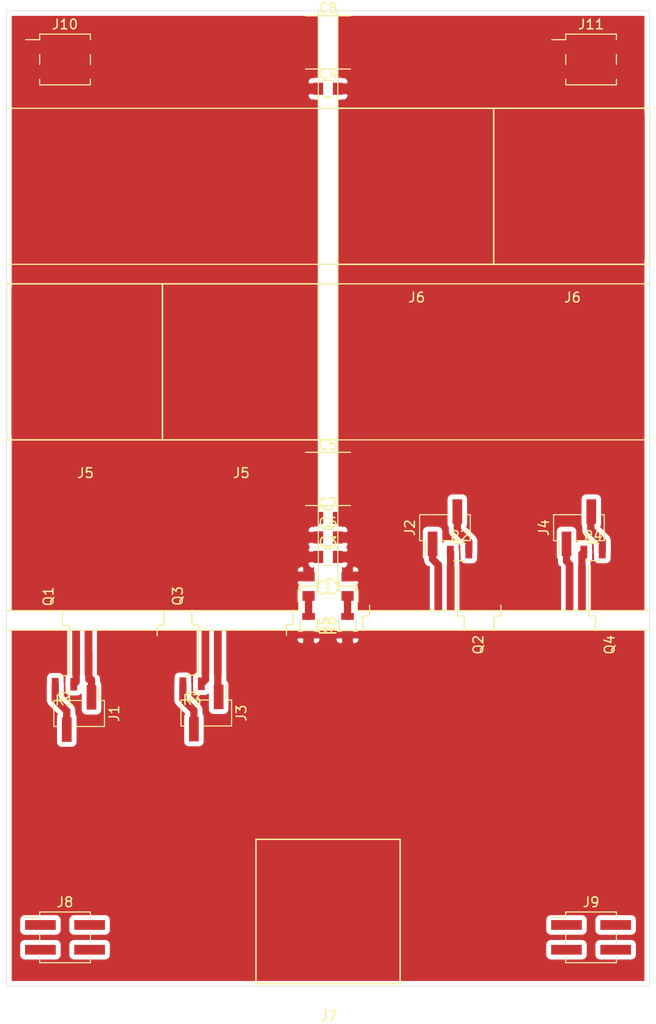
<source format=kicad_pcb>
(kicad_pcb (version 20171130) (host pcbnew "(5.1.0)-1")

  (general
    (thickness 0.8)
    (drawings 18)
    (tracks 36)
    (zones 0)
    (modules 31)
    (nets 26)
  )

  (page A4)
  (layers
    (0 F.Cu signal)
    (31 B.Cu signal)
    (32 B.Adhes user)
    (33 F.Adhes user)
    (34 B.Paste user)
    (35 F.Paste user)
    (36 B.SilkS user)
    (37 F.SilkS user)
    (38 B.Mask user)
    (39 F.Mask user)
    (40 Dwgs.User user)
    (41 Cmts.User user)
    (42 Eco1.User user)
    (43 Eco2.User user)
    (44 Edge.Cuts user)
    (45 Margin user)
    (46 B.CrtYd user)
    (47 F.CrtYd user)
    (48 B.Fab user)
    (49 F.Fab user)
  )

  (setup
    (last_trace_width 0.25)
    (user_trace_width 0.5)
    (user_trace_width 0.6)
    (user_trace_width 0.75)
    (trace_clearance 0.2)
    (zone_clearance 0.5)
    (zone_45_only no)
    (trace_min 0.2)
    (via_size 0.8)
    (via_drill 0.4)
    (via_min_size 0.4)
    (via_min_drill 0.3)
    (uvia_size 0.3)
    (uvia_drill 0.1)
    (uvias_allowed no)
    (uvia_min_size 0.2)
    (uvia_min_drill 0.1)
    (edge_width 0.05)
    (segment_width 0.2)
    (pcb_text_width 0.3)
    (pcb_text_size 1.5 1.5)
    (mod_edge_width 0.12)
    (mod_text_size 1 1)
    (mod_text_width 0.15)
    (pad_size 4.6 0.8)
    (pad_drill 0)
    (pad_to_mask_clearance 0.051)
    (solder_mask_min_width 0.25)
    (aux_axis_origin 0 0)
    (visible_elements 7FFFFFFF)
    (pcbplotparams
      (layerselection 0x010fc_ffffffff)
      (usegerberextensions false)
      (usegerberattributes false)
      (usegerberadvancedattributes false)
      (creategerberjobfile false)
      (excludeedgelayer true)
      (linewidth 0.100000)
      (plotframeref false)
      (viasonmask false)
      (mode 1)
      (useauxorigin false)
      (hpglpennumber 1)
      (hpglpenspeed 20)
      (hpglpendiameter 15.000000)
      (psnegative false)
      (psa4output false)
      (plotreference true)
      (plotvalue true)
      (plotinvisibletext false)
      (padsonsilk false)
      (subtractmaskfromsilk false)
      (outputformat 1)
      (mirror false)
      (drillshape 1)
      (scaleselection 1)
      (outputdirectory ""))
  )

  (net 0 "")
  (net 1 "Net-(C1-Pad2)")
  (net 2 "Net-(C2-Pad1)")
  (net 3 "Net-(J1-Pad1)")
  (net 4 "Net-(J1-Pad2)")
  (net 5 "Net-(J2-Pad2)")
  (net 6 "Net-(J2-Pad1)")
  (net 7 "Net-(J3-Pad2)")
  (net 8 "Net-(J3-Pad1)")
  (net 9 "Net-(J4-Pad1)")
  (net 10 "Net-(J4-Pad2)")
  (net 11 "Net-(J7-Pad1)")
  (net 12 "Net-(Q1-Pad1)")
  (net 13 "Net-(Q2-Pad1)")
  (net 14 "Net-(Q3-Pad1)")
  (net 15 "Net-(Q4-Pad1)")
  (net 16 /Bat+)
  (net 17 /Bat-)
  (net 18 "Net-(J8-Pad4)")
  (net 19 "Net-(J8-Pad3)")
  (net 20 "Net-(J8-Pad2)")
  (net 21 "Net-(J8-Pad1)")
  (net 22 "Net-(J9-Pad1)")
  (net 23 "Net-(J9-Pad2)")
  (net 24 "Net-(J9-Pad3)")
  (net 25 "Net-(J9-Pad4)")

  (net_class Default "This is the default net class."
    (clearance 0.2)
    (trace_width 0.25)
    (via_dia 0.8)
    (via_drill 0.4)
    (uvia_dia 0.3)
    (uvia_drill 0.1)
    (add_net /Bat+)
    (add_net /Bat-)
    (add_net "Net-(C1-Pad2)")
    (add_net "Net-(C2-Pad1)")
    (add_net "Net-(J1-Pad1)")
    (add_net "Net-(J1-Pad2)")
    (add_net "Net-(J2-Pad1)")
    (add_net "Net-(J2-Pad2)")
    (add_net "Net-(J3-Pad1)")
    (add_net "Net-(J3-Pad2)")
    (add_net "Net-(J4-Pad1)")
    (add_net "Net-(J4-Pad2)")
    (add_net "Net-(J7-Pad1)")
    (add_net "Net-(J8-Pad1)")
    (add_net "Net-(J8-Pad2)")
    (add_net "Net-(J8-Pad3)")
    (add_net "Net-(J8-Pad4)")
    (add_net "Net-(J9-Pad1)")
    (add_net "Net-(J9-Pad2)")
    (add_net "Net-(J9-Pad3)")
    (add_net "Net-(J9-Pad4)")
    (add_net "Net-(Q1-Pad1)")
    (add_net "Net-(Q2-Pad1)")
    (add_net "Net-(Q3-Pad1)")
    (add_net "Net-(Q4-Pad1)")
  )

  (module Vikings_connectors:Würth_PowerOne_SMD_M8 (layer F.Cu) (tedit 5CC5A73C) (tstamp 5CC1B3A8)
    (at 59 169.35)
    (path /5CC2D280)
    (fp_text reference J7 (at 0.1 10.7) (layer F.SilkS)
      (effects (font (size 1 1) (thickness 0.15)))
    )
    (fp_text value Phase (at -0.1 9) (layer F.Fab)
      (effects (font (size 1 1) (thickness 0.15)))
    )
    (fp_line (start -7.4 7.4) (end -7.4 -7.4) (layer F.SilkS) (width 0.15))
    (fp_line (start 7.4 7.4) (end -7.4 7.4) (layer F.SilkS) (width 0.15))
    (fp_line (start 7.4 -7.4) (end 7.4 7.4) (layer F.SilkS) (width 0.15))
    (fp_line (start -7.4 -7.4) (end 7.4 -7.4) (layer F.SilkS) (width 0.15))
    (pad 1 smd rect (at -3.65 -3.65) (size 6.6 6.6) (layers F.Cu F.Paste F.Mask)
      (net 11 "Net-(J7-Pad1)"))
    (pad 1 smd rect (at 3.65 -3.65) (size 6.6 6.6) (layers F.Cu F.Paste F.Mask)
      (net 11 "Net-(J7-Pad1)"))
    (pad 1 smd rect (at 3.65 3.65) (size 6.6 6.6) (layers F.Cu F.Paste F.Mask)
      (net 11 "Net-(J7-Pad1)"))
    (pad 1 smd rect (at -3.65 3.65) (size 6.6 6.6) (layers F.Cu F.Paste F.Mask)
      (net 11 "Net-(J7-Pad1)"))
    (model ${VIKINGSX}/3D/Wurth/Wurth_PowerOne_SMD_M8.stp
      (offset (xyz -6.5 6.5 3.5))
      (scale (xyz 1 1 1))
      (rotate (xyz 180 0 0))
    )
  )

  (module Pin_Headers:Pin_Header_Straight_1x02_Pitch2.54mm_SMD_Pin1Left (layer F.Cu) (tedit 59650532) (tstamp 5CC1BAC9)
    (at 84.75 130 90)
    (descr "surface-mounted straight pin header, 1x02, 2.54mm pitch, single row, style 1 (pin 1 left)")
    (tags "Surface mounted pin header SMD 1x02 2.54mm single row style1 pin1 left")
    (path /5CC1F15C)
    (attr smd)
    (fp_text reference J4 (at 0 -3.6 90) (layer F.SilkS)
      (effects (font (size 1 1) (thickness 0.15)))
    )
    (fp_text value Low2 (at 0 3.6 90) (layer F.Fab)
      (effects (font (size 1 1) (thickness 0.15)))
    )
    (fp_line (start 1.27 2.54) (end -1.27 2.54) (layer F.Fab) (width 0.1))
    (fp_line (start -0.32 -2.54) (end 1.27 -2.54) (layer F.Fab) (width 0.1))
    (fp_line (start -1.27 2.54) (end -1.27 -1.59) (layer F.Fab) (width 0.1))
    (fp_line (start -1.27 -1.59) (end -0.32 -2.54) (layer F.Fab) (width 0.1))
    (fp_line (start 1.27 -2.54) (end 1.27 2.54) (layer F.Fab) (width 0.1))
    (fp_line (start -1.27 -1.59) (end -2.54 -1.59) (layer F.Fab) (width 0.1))
    (fp_line (start -2.54 -1.59) (end -2.54 -0.95) (layer F.Fab) (width 0.1))
    (fp_line (start -2.54 -0.95) (end -1.27 -0.95) (layer F.Fab) (width 0.1))
    (fp_line (start 1.27 0.95) (end 2.54 0.95) (layer F.Fab) (width 0.1))
    (fp_line (start 2.54 0.95) (end 2.54 1.59) (layer F.Fab) (width 0.1))
    (fp_line (start 2.54 1.59) (end 1.27 1.59) (layer F.Fab) (width 0.1))
    (fp_line (start -1.33 -2.6) (end 1.33 -2.6) (layer F.SilkS) (width 0.12))
    (fp_line (start -1.33 2.6) (end 1.33 2.6) (layer F.SilkS) (width 0.12))
    (fp_line (start 1.33 -2.6) (end 1.33 0.51) (layer F.SilkS) (width 0.12))
    (fp_line (start -1.33 -2.03) (end -2.85 -2.03) (layer F.SilkS) (width 0.12))
    (fp_line (start -1.33 -2.6) (end -1.33 -2.03) (layer F.SilkS) (width 0.12))
    (fp_line (start 1.33 2.03) (end 1.33 2.6) (layer F.SilkS) (width 0.12))
    (fp_line (start -1.33 -0.51) (end -1.33 2.6) (layer F.SilkS) (width 0.12))
    (fp_line (start -3.45 -3.05) (end -3.45 3.05) (layer F.CrtYd) (width 0.05))
    (fp_line (start -3.45 3.05) (end 3.45 3.05) (layer F.CrtYd) (width 0.05))
    (fp_line (start 3.45 3.05) (end 3.45 -3.05) (layer F.CrtYd) (width 0.05))
    (fp_line (start 3.45 -3.05) (end -3.45 -3.05) (layer F.CrtYd) (width 0.05))
    (fp_text user %R (at 0 0 180) (layer F.Fab)
      (effects (font (size 1 1) (thickness 0.15)))
    )
    (pad 1 smd rect (at -1.655 -1.27 90) (size 2.51 1) (layers F.Cu F.Paste F.Mask)
      (net 9 "Net-(J4-Pad1)"))
    (pad 2 smd rect (at 1.655 1.27 90) (size 2.51 1) (layers F.Cu F.Paste F.Mask)
      (net 10 "Net-(J4-Pad2)"))
    (model ${KISYS3DMOD}/Pin_Headers.3dshapes/Pin_Header_Straight_1x02_Pitch2.54mm_SMD_Pin1Left.wrl
      (at (xyz 0 0 0))
      (scale (xyz 1 1 1))
      (rotate (xyz 0 0 0))
    )
  )

  (module TO_SOT_Packages_SMD:TO-263-7_TabPin4 (layer F.Cu) (tedit 5CC2AD42) (tstamp 5CC1BE4F)
    (at 50.225 137 90)
    (descr "TO-263 / D2PAK / DDPAK SMD package, http://www.infineon.com/cms/en/product/packages/PG-TO263/PG-TO263-7-1/")
    (tags "D2PAK DDPAK TO-263 D2PAK-7 TO-263-7 SOT-427")
    (path /5CB8FD8E)
    (attr smd)
    (fp_text reference Q3 (at 0 -6.65 90) (layer F.SilkS)
      (effects (font (size 1 1) (thickness 0.15)))
    )
    (fp_text value IPB017N10N5 (at 0 6.65 90) (layer F.Fab)
      (effects (font (size 1 1) (thickness 0.15)))
    )
    (fp_text user %R (at 0 0 90) (layer F.Fab)
      (effects (font (size 1 1) (thickness 0.15)))
    )
    (fp_line (start 8.32 -5.65) (end -8.32 -5.65) (layer F.CrtYd) (width 0.05))
    (fp_line (start 8.32 5.65) (end 8.32 -5.65) (layer F.CrtYd) (width 0.05))
    (fp_line (start -8.32 5.65) (end 8.32 5.65) (layer F.CrtYd) (width 0.05))
    (fp_line (start -8.32 -5.65) (end -8.32 5.65) (layer F.CrtYd) (width 0.05))
    (fp_line (start -2.95 4.51) (end -4.05 4.51) (layer F.SilkS) (width 0.12))
    (fp_line (start -2.95 5.2) (end -2.95 4.51) (layer F.SilkS) (width 0.12))
    (fp_line (start -1.45 5.2) (end -2.95 5.2) (layer F.SilkS) (width 0.12))
    (fp_line (start -2.95 -4.51) (end -8.075 -4.51) (layer F.SilkS) (width 0.12))
    (fp_line (start -2.95 -5.2) (end -2.95 -4.51) (layer F.SilkS) (width 0.12))
    (fp_line (start -1.45 -5.2) (end -2.95 -5.2) (layer F.SilkS) (width 0.12))
    (fp_line (start -7.45 4.11) (end -2.75 4.11) (layer F.Fab) (width 0.1))
    (fp_line (start -7.45 3.51) (end -7.45 4.11) (layer F.Fab) (width 0.1))
    (fp_line (start -2.75 3.51) (end -7.45 3.51) (layer F.Fab) (width 0.1))
    (fp_line (start -7.45 2.84) (end -2.75 2.84) (layer F.Fab) (width 0.1))
    (fp_line (start -7.45 2.24) (end -7.45 2.84) (layer F.Fab) (width 0.1))
    (fp_line (start -2.75 2.24) (end -7.45 2.24) (layer F.Fab) (width 0.1))
    (fp_line (start -7.45 1.57) (end -2.75 1.57) (layer F.Fab) (width 0.1))
    (fp_line (start -7.45 0.97) (end -7.45 1.57) (layer F.Fab) (width 0.1))
    (fp_line (start -2.75 0.97) (end -7.45 0.97) (layer F.Fab) (width 0.1))
    (fp_line (start -7.45 0.3) (end -2.75 0.3) (layer F.Fab) (width 0.1))
    (fp_line (start -7.45 -0.3) (end -7.45 0.3) (layer F.Fab) (width 0.1))
    (fp_line (start -2.75 -0.3) (end -7.45 -0.3) (layer F.Fab) (width 0.1))
    (fp_line (start -7.45 -0.97) (end -2.75 -0.97) (layer F.Fab) (width 0.1))
    (fp_line (start -7.45 -1.57) (end -7.45 -0.97) (layer F.Fab) (width 0.1))
    (fp_line (start -2.75 -1.57) (end -7.45 -1.57) (layer F.Fab) (width 0.1))
    (fp_line (start -7.45 -2.24) (end -2.75 -2.24) (layer F.Fab) (width 0.1))
    (fp_line (start -7.45 -2.84) (end -7.45 -2.24) (layer F.Fab) (width 0.1))
    (fp_line (start -2.75 -2.84) (end -7.45 -2.84) (layer F.Fab) (width 0.1))
    (fp_line (start -7.45 -3.51) (end -2.75 -3.51) (layer F.Fab) (width 0.1))
    (fp_line (start -7.45 -4.11) (end -7.45 -3.51) (layer F.Fab) (width 0.1))
    (fp_line (start -2.64 -4.11) (end -7.45 -4.11) (layer F.Fab) (width 0.1))
    (fp_line (start -1.75 -5) (end 6.5 -5) (layer F.Fab) (width 0.1))
    (fp_line (start -2.75 -4) (end -1.75 -5) (layer F.Fab) (width 0.1))
    (fp_line (start -2.75 5) (end -2.75 -4) (layer F.Fab) (width 0.1))
    (fp_line (start 6.5 5) (end -2.75 5) (layer F.Fab) (width 0.1))
    (fp_line (start 6.5 -5) (end 6.5 5) (layer F.Fab) (width 0.1))
    (fp_line (start 7.5 5) (end 6.5 5) (layer F.Fab) (width 0.1))
    (fp_line (start 7.5 -5) (end 7.5 5) (layer F.Fab) (width 0.1))
    (fp_line (start 6.5 -5) (end 7.5 -5) (layer F.Fab) (width 0.1))
    (pad 4 smd rect (at 3.375 0 90) (size 9.4 10.8) (layers F.Cu F.Mask)
      (net 16 /Bat+) (zone_connect 2))
    (pad 7 smd rect (at -5.775 3.81 90) (size 4.6 0.8) (layers F.Cu F.Paste F.Mask)
      (net 11 "Net-(J7-Pad1)") (zone_connect 2))
    (pad 6 smd rect (at -5.775 2.54 90) (size 4.6 0.8) (layers F.Cu F.Paste F.Mask)
      (net 11 "Net-(J7-Pad1)") (zone_connect 2))
    (pad 5 smd rect (at -5.775 1.27 90) (size 4.6 0.8) (layers F.Cu F.Paste F.Mask)
      (net 11 "Net-(J7-Pad1)") (zone_connect 2))
    (pad 3 smd rect (at -5.775 -1.27 90) (size 4.6 0.8) (layers F.Cu F.Paste F.Mask)
      (net 11 "Net-(J7-Pad1)") (zone_connect 2))
    (pad 2 smd rect (at -5.775 -2.54 90) (size 4.6 0.8) (layers F.Cu F.Paste F.Mask)
      (net 8 "Net-(J3-Pad1)"))
    (pad 1 smd rect (at -5.775 -3.81 90) (size 4.6 0.8) (layers F.Cu F.Paste F.Mask)
      (net 14 "Net-(Q3-Pad1)"))
    (model ${KISYS3DMOD}/TO_SOT_Packages_SMD.3dshapes/TO-263-7_TabPin4.wrl
      (at (xyz 0 0 0))
      (scale (xyz 1 1 1))
      (rotate (xyz 0 0 0))
    )
  )

  (module Capacitors_SMD:C_2220 (layer F.Cu) (tedit 58AA8565) (tstamp 5CC1FFE8)
    (at 59 125)
    (descr "Capacitor SMD 2220, reflow soldering, AVX (see smccp.pdf)")
    (tags "capacitor 2220")
    (path /5CC9876E)
    (zone_connect 2)
    (attr smd)
    (fp_text reference C5 (at 0 -3.5) (layer F.SilkS)
      (effects (font (size 1 1) (thickness 0.15)))
    )
    (fp_text value 1u (at 0 3.75) (layer F.Fab)
      (effects (font (size 1 1) (thickness 0.15)))
    )
    (fp_line (start 3.55 2.75) (end -3.55 2.75) (layer F.CrtYd) (width 0.05))
    (fp_line (start 3.55 2.75) (end 3.55 -2.75) (layer F.CrtYd) (width 0.05))
    (fp_line (start -3.55 -2.75) (end -3.55 2.75) (layer F.CrtYd) (width 0.05))
    (fp_line (start -3.55 -2.75) (end 3.55 -2.75) (layer F.CrtYd) (width 0.05))
    (fp_line (start -2.3 2.73) (end 2.3 2.73) (layer F.SilkS) (width 0.12))
    (fp_line (start 2.3 -2.73) (end -2.3 -2.73) (layer F.SilkS) (width 0.12))
    (fp_line (start -2.75 -2.5) (end 2.75 -2.5) (layer F.Fab) (width 0.1))
    (fp_line (start 2.75 -2.5) (end 2.75 2.5) (layer F.Fab) (width 0.1))
    (fp_line (start 2.75 2.5) (end -2.75 2.5) (layer F.Fab) (width 0.1))
    (fp_line (start -2.75 2.5) (end -2.75 -2.5) (layer F.Fab) (width 0.1))
    (fp_text user %R (at 0 -3.5) (layer F.Fab)
      (effects (font (size 1 1) (thickness 0.15)))
    )
    (pad 2 smd rect (at 2.8 0) (size 1 5) (layers F.Cu F.Paste F.Mask)
      (net 17 /Bat-) (zone_connect 2))
    (pad 1 smd rect (at -2.8 0) (size 1 5) (layers F.Cu F.Paste F.Mask)
      (net 16 /Bat+) (zone_connect 2))
    (model Capacitors_SMD.3dshapes/C_2220.wrl
      (at (xyz 0 0 0))
      (scale (xyz 1 1 1))
      (rotate (xyz 0 0 0))
    )
  )

  (module TO_SOT_Packages_SMD:TO-263-7_TabPin4 (layer F.Cu) (tedit 5CC2A9D8) (tstamp 5CC1BE87)
    (at 81.25 142 270)
    (descr "TO-263 / D2PAK / DDPAK SMD package, http://www.infineon.com/cms/en/product/packages/PG-TO263/PG-TO263-7-1/")
    (tags "D2PAK DDPAK TO-263 D2PAK-7 TO-263-7 SOT-427")
    (path /5CB94E76)
    (attr smd)
    (fp_text reference Q4 (at 0 -6.65 270) (layer F.SilkS)
      (effects (font (size 1 1) (thickness 0.15)))
    )
    (fp_text value IPB017N10N5 (at 0 6.65 270) (layer F.Fab)
      (effects (font (size 1 1) (thickness 0.15)))
    )
    (fp_line (start 6.5 -5) (end 7.5 -5) (layer F.Fab) (width 0.1))
    (fp_line (start 7.5 -5) (end 7.5 5) (layer F.Fab) (width 0.1))
    (fp_line (start 7.5 5) (end 6.5 5) (layer F.Fab) (width 0.1))
    (fp_line (start 6.5 -5) (end 6.5 5) (layer F.Fab) (width 0.1))
    (fp_line (start 6.5 5) (end -2.75 5) (layer F.Fab) (width 0.1))
    (fp_line (start -2.75 5) (end -2.75 -4) (layer F.Fab) (width 0.1))
    (fp_line (start -2.75 -4) (end -1.75 -5) (layer F.Fab) (width 0.1))
    (fp_line (start -1.75 -5) (end 6.5 -5) (layer F.Fab) (width 0.1))
    (fp_line (start -2.64 -4.11) (end -7.45 -4.11) (layer F.Fab) (width 0.1))
    (fp_line (start -7.45 -4.11) (end -7.45 -3.51) (layer F.Fab) (width 0.1))
    (fp_line (start -7.45 -3.51) (end -2.75 -3.51) (layer F.Fab) (width 0.1))
    (fp_line (start -2.75 -2.84) (end -7.45 -2.84) (layer F.Fab) (width 0.1))
    (fp_line (start -7.45 -2.84) (end -7.45 -2.24) (layer F.Fab) (width 0.1))
    (fp_line (start -7.45 -2.24) (end -2.75 -2.24) (layer F.Fab) (width 0.1))
    (fp_line (start -2.75 -1.57) (end -7.45 -1.57) (layer F.Fab) (width 0.1))
    (fp_line (start -7.45 -1.57) (end -7.45 -0.97) (layer F.Fab) (width 0.1))
    (fp_line (start -7.45 -0.97) (end -2.75 -0.97) (layer F.Fab) (width 0.1))
    (fp_line (start -2.75 -0.3) (end -7.45 -0.3) (layer F.Fab) (width 0.1))
    (fp_line (start -7.45 -0.3) (end -7.45 0.3) (layer F.Fab) (width 0.1))
    (fp_line (start -7.45 0.3) (end -2.75 0.3) (layer F.Fab) (width 0.1))
    (fp_line (start -2.75 0.97) (end -7.45 0.97) (layer F.Fab) (width 0.1))
    (fp_line (start -7.45 0.97) (end -7.45 1.57) (layer F.Fab) (width 0.1))
    (fp_line (start -7.45 1.57) (end -2.75 1.57) (layer F.Fab) (width 0.1))
    (fp_line (start -2.75 2.24) (end -7.45 2.24) (layer F.Fab) (width 0.1))
    (fp_line (start -7.45 2.24) (end -7.45 2.84) (layer F.Fab) (width 0.1))
    (fp_line (start -7.45 2.84) (end -2.75 2.84) (layer F.Fab) (width 0.1))
    (fp_line (start -2.75 3.51) (end -7.45 3.51) (layer F.Fab) (width 0.1))
    (fp_line (start -7.45 3.51) (end -7.45 4.11) (layer F.Fab) (width 0.1))
    (fp_line (start -7.45 4.11) (end -2.75 4.11) (layer F.Fab) (width 0.1))
    (fp_line (start -1.45 -5.2) (end -2.95 -5.2) (layer F.SilkS) (width 0.12))
    (fp_line (start -2.95 -5.2) (end -2.95 -4.51) (layer F.SilkS) (width 0.12))
    (fp_line (start -2.95 -4.51) (end -8.075 -4.51) (layer F.SilkS) (width 0.12))
    (fp_line (start -1.45 5.2) (end -2.95 5.2) (layer F.SilkS) (width 0.12))
    (fp_line (start -2.95 5.2) (end -2.95 4.51) (layer F.SilkS) (width 0.12))
    (fp_line (start -2.95 4.51) (end -4.05 4.51) (layer F.SilkS) (width 0.12))
    (fp_line (start -8.32 -5.65) (end -8.32 5.65) (layer F.CrtYd) (width 0.05))
    (fp_line (start -8.32 5.65) (end 8.32 5.65) (layer F.CrtYd) (width 0.05))
    (fp_line (start 8.32 5.65) (end 8.32 -5.65) (layer F.CrtYd) (width 0.05))
    (fp_line (start 8.32 -5.65) (end -8.32 -5.65) (layer F.CrtYd) (width 0.05))
    (fp_text user %R (at 0 0 270) (layer F.Fab)
      (effects (font (size 1 1) (thickness 0.15)))
    )
    (pad 1 smd rect (at -5.775 -3.81 270) (size 4.6 0.8) (layers F.Cu F.Paste F.Mask)
      (net 15 "Net-(Q4-Pad1)"))
    (pad 2 smd rect (at -5.775 -2.54 270) (size 4.6 0.8) (layers F.Cu F.Paste F.Mask)
      (net 9 "Net-(J4-Pad1)"))
    (pad 3 smd rect (at -5.775 -1.27 270) (size 4.6 0.8) (layers F.Cu F.Paste F.Mask)
      (net 17 /Bat-) (zone_connect 2))
    (pad 5 smd rect (at -5.775 1.27 270) (size 4.6 0.8) (layers F.Cu F.Paste F.Mask)
      (net 17 /Bat-) (zone_connect 2))
    (pad 6 smd rect (at -5.775 2.54 270) (size 4.6 0.8) (layers F.Cu F.Paste F.Mask)
      (net 17 /Bat-) (zone_connect 2))
    (pad 7 smd rect (at -5.775 3.81 270) (size 4.6 0.8) (layers F.Cu F.Paste F.Mask)
      (net 17 /Bat-) (zone_connect 2))
    (pad 4 smd rect (at 3.375 0 270) (size 9.4 10.8) (layers F.Cu F.Mask)
      (net 11 "Net-(J7-Pad1)") (zone_connect 2))
    (model ${KISYS3DMOD}/TO_SOT_Packages_SMD.3dshapes/TO-263-7_TabPin4.wrl
      (at (xyz 0 0 0))
      (scale (xyz 1 1 1))
      (rotate (xyz 0 0 0))
    )
  )

  (module TO_SOT_Packages_SMD:TO-263-7_TabPin4 (layer F.Cu) (tedit 5CC2A9A1) (tstamp 5CC1BE17)
    (at 67.775 142 270)
    (descr "TO-263 / D2PAK / DDPAK SMD package, http://www.infineon.com/cms/en/product/packages/PG-TO263/PG-TO263-7-1/")
    (tags "D2PAK DDPAK TO-263 D2PAK-7 TO-263-7 SOT-427")
    (path /5CB91379)
    (attr smd)
    (fp_text reference Q2 (at 0 -6.65 270) (layer F.SilkS)
      (effects (font (size 1 1) (thickness 0.15)))
    )
    (fp_text value IPB017N10N5 (at 0 6.65 270) (layer F.Fab)
      (effects (font (size 1 1) (thickness 0.15)))
    )
    (fp_text user %R (at 0 0 270) (layer F.Fab)
      (effects (font (size 1 1) (thickness 0.15)))
    )
    (fp_line (start 8.32 -5.65) (end -8.32 -5.65) (layer F.CrtYd) (width 0.05))
    (fp_line (start 8.32 5.65) (end 8.32 -5.65) (layer F.CrtYd) (width 0.05))
    (fp_line (start -8.32 5.65) (end 8.32 5.65) (layer F.CrtYd) (width 0.05))
    (fp_line (start -8.32 -5.65) (end -8.32 5.65) (layer F.CrtYd) (width 0.05))
    (fp_line (start -2.95 4.51) (end -4.05 4.51) (layer F.SilkS) (width 0.12))
    (fp_line (start -2.95 5.2) (end -2.95 4.51) (layer F.SilkS) (width 0.12))
    (fp_line (start -1.45 5.2) (end -2.95 5.2) (layer F.SilkS) (width 0.12))
    (fp_line (start -2.95 -4.51) (end -8.075 -4.51) (layer F.SilkS) (width 0.12))
    (fp_line (start -2.95 -5.2) (end -2.95 -4.51) (layer F.SilkS) (width 0.12))
    (fp_line (start -1.45 -5.2) (end -2.95 -5.2) (layer F.SilkS) (width 0.12))
    (fp_line (start -7.45 4.11) (end -2.75 4.11) (layer F.Fab) (width 0.1))
    (fp_line (start -7.45 3.51) (end -7.45 4.11) (layer F.Fab) (width 0.1))
    (fp_line (start -2.75 3.51) (end -7.45 3.51) (layer F.Fab) (width 0.1))
    (fp_line (start -7.45 2.84) (end -2.75 2.84) (layer F.Fab) (width 0.1))
    (fp_line (start -7.45 2.24) (end -7.45 2.84) (layer F.Fab) (width 0.1))
    (fp_line (start -2.75 2.24) (end -7.45 2.24) (layer F.Fab) (width 0.1))
    (fp_line (start -7.45 1.57) (end -2.75 1.57) (layer F.Fab) (width 0.1))
    (fp_line (start -7.45 0.97) (end -7.45 1.57) (layer F.Fab) (width 0.1))
    (fp_line (start -2.75 0.97) (end -7.45 0.97) (layer F.Fab) (width 0.1))
    (fp_line (start -7.45 0.3) (end -2.75 0.3) (layer F.Fab) (width 0.1))
    (fp_line (start -7.45 -0.3) (end -7.45 0.3) (layer F.Fab) (width 0.1))
    (fp_line (start -2.75 -0.3) (end -7.45 -0.3) (layer F.Fab) (width 0.1))
    (fp_line (start -7.45 -0.97) (end -2.75 -0.97) (layer F.Fab) (width 0.1))
    (fp_line (start -7.45 -1.57) (end -7.45 -0.97) (layer F.Fab) (width 0.1))
    (fp_line (start -2.75 -1.57) (end -7.45 -1.57) (layer F.Fab) (width 0.1))
    (fp_line (start -7.45 -2.24) (end -2.75 -2.24) (layer F.Fab) (width 0.1))
    (fp_line (start -7.45 -2.84) (end -7.45 -2.24) (layer F.Fab) (width 0.1))
    (fp_line (start -2.75 -2.84) (end -7.45 -2.84) (layer F.Fab) (width 0.1))
    (fp_line (start -7.45 -3.51) (end -2.75 -3.51) (layer F.Fab) (width 0.1))
    (fp_line (start -7.45 -4.11) (end -7.45 -3.51) (layer F.Fab) (width 0.1))
    (fp_line (start -2.64 -4.11) (end -7.45 -4.11) (layer F.Fab) (width 0.1))
    (fp_line (start -1.75 -5) (end 6.5 -5) (layer F.Fab) (width 0.1))
    (fp_line (start -2.75 -4) (end -1.75 -5) (layer F.Fab) (width 0.1))
    (fp_line (start -2.75 5) (end -2.75 -4) (layer F.Fab) (width 0.1))
    (fp_line (start 6.5 5) (end -2.75 5) (layer F.Fab) (width 0.1))
    (fp_line (start 6.5 -5) (end 6.5 5) (layer F.Fab) (width 0.1))
    (fp_line (start 7.5 5) (end 6.5 5) (layer F.Fab) (width 0.1))
    (fp_line (start 7.5 -5) (end 7.5 5) (layer F.Fab) (width 0.1))
    (fp_line (start 6.5 -5) (end 7.5 -5) (layer F.Fab) (width 0.1))
    (pad 4 smd rect (at 3.375 0 270) (size 9.4 10.8) (layers F.Cu F.Mask)
      (net 11 "Net-(J7-Pad1)") (zone_connect 2))
    (pad 7 smd rect (at -5.775 3.81 270) (size 4.6 0.8) (layers F.Cu F.Paste F.Mask)
      (net 17 /Bat-) (zone_connect 2))
    (pad 6 smd rect (at -5.775 2.54 270) (size 4.6 0.8) (layers F.Cu F.Paste F.Mask)
      (net 17 /Bat-) (zone_connect 2))
    (pad 5 smd rect (at -5.775 1.27 270) (size 4.6 0.8) (layers F.Cu F.Paste F.Mask)
      (net 17 /Bat-) (zone_connect 2))
    (pad 3 smd rect (at -5.775 -1.27 270) (size 4.6 0.8) (layers F.Cu F.Paste F.Mask)
      (net 17 /Bat-) (zone_connect 2))
    (pad 2 smd rect (at -5.775 -2.54 270) (size 4.6 0.8) (layers F.Cu F.Paste F.Mask)
      (net 6 "Net-(J2-Pad1)"))
    (pad 1 smd rect (at -5.775 -3.81 270) (size 4.6 0.8) (layers F.Cu F.Paste F.Mask)
      (net 13 "Net-(Q2-Pad1)"))
    (model ${KISYS3DMOD}/TO_SOT_Packages_SMD.3dshapes/TO-263-7_TabPin4.wrl
      (at (xyz 0 0 0))
      (scale (xyz 1 1 1))
      (rotate (xyz 0 0 0))
    )
  )

  (module TO_SOT_Packages_SMD:TO-263-7_TabPin4 (layer F.Cu) (tedit 5CC2AD6A) (tstamp 5CC1BDDF)
    (at 36.95 137.05 90)
    (descr "TO-263 / D2PAK / DDPAK SMD package, http://www.infineon.com/cms/en/product/packages/PG-TO263/PG-TO263-7-1/")
    (tags "D2PAK DDPAK TO-263 D2PAK-7 TO-263-7 SOT-427")
    (path /5CB8B14E)
    (attr smd)
    (fp_text reference Q1 (at 0 -6.65 90) (layer F.SilkS)
      (effects (font (size 1 1) (thickness 0.15)))
    )
    (fp_text value IPB017N10N5 (at 0 6.65 90) (layer F.Fab)
      (effects (font (size 1 1) (thickness 0.15)))
    )
    (fp_line (start 6.5 -5) (end 7.5 -5) (layer F.Fab) (width 0.1))
    (fp_line (start 7.5 -5) (end 7.5 5) (layer F.Fab) (width 0.1))
    (fp_line (start 7.5 5) (end 6.5 5) (layer F.Fab) (width 0.1))
    (fp_line (start 6.5 -5) (end 6.5 5) (layer F.Fab) (width 0.1))
    (fp_line (start 6.5 5) (end -2.75 5) (layer F.Fab) (width 0.1))
    (fp_line (start -2.75 5) (end -2.75 -4) (layer F.Fab) (width 0.1))
    (fp_line (start -2.75 -4) (end -1.75 -5) (layer F.Fab) (width 0.1))
    (fp_line (start -1.75 -5) (end 6.5 -5) (layer F.Fab) (width 0.1))
    (fp_line (start -2.64 -4.11) (end -7.45 -4.11) (layer F.Fab) (width 0.1))
    (fp_line (start -7.45 -4.11) (end -7.45 -3.51) (layer F.Fab) (width 0.1))
    (fp_line (start -7.45 -3.51) (end -2.75 -3.51) (layer F.Fab) (width 0.1))
    (fp_line (start -2.75 -2.84) (end -7.45 -2.84) (layer F.Fab) (width 0.1))
    (fp_line (start -7.45 -2.84) (end -7.45 -2.24) (layer F.Fab) (width 0.1))
    (fp_line (start -7.45 -2.24) (end -2.75 -2.24) (layer F.Fab) (width 0.1))
    (fp_line (start -2.75 -1.57) (end -7.45 -1.57) (layer F.Fab) (width 0.1))
    (fp_line (start -7.45 -1.57) (end -7.45 -0.97) (layer F.Fab) (width 0.1))
    (fp_line (start -7.45 -0.97) (end -2.75 -0.97) (layer F.Fab) (width 0.1))
    (fp_line (start -2.75 -0.3) (end -7.45 -0.3) (layer F.Fab) (width 0.1))
    (fp_line (start -7.45 -0.3) (end -7.45 0.3) (layer F.Fab) (width 0.1))
    (fp_line (start -7.45 0.3) (end -2.75 0.3) (layer F.Fab) (width 0.1))
    (fp_line (start -2.75 0.97) (end -7.45 0.97) (layer F.Fab) (width 0.1))
    (fp_line (start -7.45 0.97) (end -7.45 1.57) (layer F.Fab) (width 0.1))
    (fp_line (start -7.45 1.57) (end -2.75 1.57) (layer F.Fab) (width 0.1))
    (fp_line (start -2.75 2.24) (end -7.45 2.24) (layer F.Fab) (width 0.1))
    (fp_line (start -7.45 2.24) (end -7.45 2.84) (layer F.Fab) (width 0.1))
    (fp_line (start -7.45 2.84) (end -2.75 2.84) (layer F.Fab) (width 0.1))
    (fp_line (start -2.75 3.51) (end -7.45 3.51) (layer F.Fab) (width 0.1))
    (fp_line (start -7.45 3.51) (end -7.45 4.11) (layer F.Fab) (width 0.1))
    (fp_line (start -7.45 4.11) (end -2.75 4.11) (layer F.Fab) (width 0.1))
    (fp_line (start -1.45 -5.2) (end -2.95 -5.2) (layer F.SilkS) (width 0.12))
    (fp_line (start -2.95 -5.2) (end -2.95 -4.51) (layer F.SilkS) (width 0.12))
    (fp_line (start -2.95 -4.51) (end -8.075 -4.51) (layer F.SilkS) (width 0.12))
    (fp_line (start -1.45 5.2) (end -2.95 5.2) (layer F.SilkS) (width 0.12))
    (fp_line (start -2.95 5.2) (end -2.95 4.51) (layer F.SilkS) (width 0.12))
    (fp_line (start -2.95 4.51) (end -4.05 4.51) (layer F.SilkS) (width 0.12))
    (fp_line (start -8.32 -5.65) (end -8.32 5.65) (layer F.CrtYd) (width 0.05))
    (fp_line (start -8.32 5.65) (end 8.32 5.65) (layer F.CrtYd) (width 0.05))
    (fp_line (start 8.32 5.65) (end 8.32 -5.65) (layer F.CrtYd) (width 0.05))
    (fp_line (start 8.32 -5.65) (end -8.32 -5.65) (layer F.CrtYd) (width 0.05))
    (fp_text user %R (at 0 0 90) (layer F.Fab)
      (effects (font (size 1 1) (thickness 0.15)))
    )
    (pad 1 smd rect (at -5.775 -3.81 90) (size 4.6 0.8) (layers F.Cu F.Paste F.Mask)
      (net 12 "Net-(Q1-Pad1)"))
    (pad 2 smd rect (at -5.775 -2.54 90) (size 4.6 0.8) (layers F.Cu F.Paste F.Mask)
      (net 3 "Net-(J1-Pad1)"))
    (pad 3 smd rect (at -5.775 -1.27 90) (size 4.6 0.8) (layers F.Cu F.Paste F.Mask)
      (net 11 "Net-(J7-Pad1)") (zone_connect 2))
    (pad 5 smd rect (at -5.775 1.27 90) (size 4.6 0.8) (layers F.Cu F.Paste F.Mask)
      (net 11 "Net-(J7-Pad1)") (zone_connect 2))
    (pad 6 smd rect (at -5.775 2.54 90) (size 4.6 0.8) (layers F.Cu F.Paste F.Mask)
      (net 11 "Net-(J7-Pad1)") (zone_connect 2))
    (pad 7 smd rect (at -5.775 3.81 90) (size 4.6 0.8) (layers F.Cu F.Paste F.Mask)
      (net 11 "Net-(J7-Pad1)") (zone_connect 2))
    (pad 4 smd rect (at 3.375 0 90) (size 9.4 10.8) (layers F.Cu F.Mask)
      (net 16 /Bat+) (zone_connect 2))
    (model ${KISYS3DMOD}/TO_SOT_Packages_SMD.3dshapes/TO-263-7_TabPin4.wrl
      (at (xyz 0 0 0))
      (scale (xyz 1 1 1))
      (rotate (xyz 0 0 0))
    )
  )

  (module Vikings_misc:Busbar_connection (layer F.Cu) (tedit 5CC1D789) (tstamp 5CC1B39C)
    (at 84 95)
    (path /5CC30934)
    (zone_connect 2)
    (fp_text reference J6 (at 0.1 11.4) (layer F.SilkS)
      (effects (font (size 1 1) (thickness 0.15)))
    )
    (fp_text value Bat- (at 0 9.3) (layer F.Fab)
      (effects (font (size 1 1) (thickness 0.15)))
    )
    (fp_line (start -7.9 -8) (end 8 -8) (layer F.SilkS) (width 0.15))
    (fp_line (start 8 -8) (end 8 8) (layer F.SilkS) (width 0.15))
    (fp_line (start 8 8) (end -8 8) (layer F.SilkS) (width 0.15))
    (fp_line (start -8 8) (end -8 -8) (layer F.SilkS) (width 0.15))
    (fp_line (start -8 -8) (end -7.9 -8) (layer F.SilkS) (width 0.15))
    (pad 1 smd rect (at 0 0) (size 15 15) (layers F.Cu F.Paste F.Mask)
      (net 17 /Bat-) (zone_connect 2))
  )

  (module Vikings_misc:Busbar_connection (layer F.Cu) (tedit 5CC1D773) (tstamp 5CC1B6B6)
    (at 68 95)
    (path /5CC30934)
    (zone_connect 2)
    (fp_text reference J6 (at 0.1 11.4) (layer F.SilkS)
      (effects (font (size 1 1) (thickness 0.15)))
    )
    (fp_text value Bat- (at 0 9.3) (layer F.Fab)
      (effects (font (size 1 1) (thickness 0.15)))
    )
    (fp_line (start -8 -8) (end -7.9 -8) (layer F.SilkS) (width 0.15))
    (fp_line (start -8 8) (end -8 -8) (layer F.SilkS) (width 0.15))
    (fp_line (start 8 8) (end -8 8) (layer F.SilkS) (width 0.15))
    (fp_line (start 8 -8) (end 8 8) (layer F.SilkS) (width 0.15))
    (fp_line (start -7.9 -8) (end 8 -8) (layer F.SilkS) (width 0.15))
    (pad 1 smd rect (at 0 0) (size 15 15) (layers F.Cu F.Paste F.Mask)
      (net 17 /Bat-) (zone_connect 2))
  )

  (module Vikings_misc:Busbar_connection (layer F.Cu) (tedit 5CC2A6C0) (tstamp 5CC1B788)
    (at 50 113)
    (path /5CC301E6)
    (fp_text reference J5 (at 0.1 11.4) (layer F.SilkS)
      (effects (font (size 1 1) (thickness 0.15)))
    )
    (fp_text value Bat+ (at 0 9.3) (layer F.Fab)
      (effects (font (size 1 1) (thickness 0.15)))
    )
    (fp_line (start -7.9 -8) (end 8 -8) (layer F.SilkS) (width 0.15))
    (fp_line (start 8 -8) (end 8 8) (layer F.SilkS) (width 0.15))
    (fp_line (start 8 8) (end -8 8) (layer F.SilkS) (width 0.15))
    (fp_line (start -8 8) (end -8 -8) (layer F.SilkS) (width 0.15))
    (fp_line (start -8 -8) (end -7.9 -8) (layer F.SilkS) (width 0.15))
    (pad 1 smd rect (at 0 0) (size 15 15) (layers F.Cu F.Paste F.Mask)
      (net 16 /Bat+) (zone_connect 2))
  )

  (module Vikings_misc:Busbar_connection (layer F.Cu) (tedit 5CC2A6B2) (tstamp 5CC1B392)
    (at 34 113)
    (path /5CC301E6)
    (fp_text reference J5 (at 0.1 11.4) (layer F.SilkS)
      (effects (font (size 1 1) (thickness 0.15)))
    )
    (fp_text value Bat+ (at 0 9.3) (layer F.Fab)
      (effects (font (size 1 1) (thickness 0.15)))
    )
    (fp_line (start -8 -8) (end -7.9 -8) (layer F.SilkS) (width 0.15))
    (fp_line (start -8 8) (end -8 -8) (layer F.SilkS) (width 0.15))
    (fp_line (start 8 8) (end -8 8) (layer F.SilkS) (width 0.15))
    (fp_line (start 8 -8) (end 8 8) (layer F.SilkS) (width 0.15))
    (fp_line (start -7.9 -8) (end 8 -8) (layer F.SilkS) (width 0.15))
    (pad 1 smd rect (at 0 0) (size 15 15) (layers F.Cu F.Paste F.Mask)
      (net 16 /Bat+) (zone_connect 2))
  )

  (module Capacitors_SMD:C_0805 (layer F.Cu) (tedit 58AA8463) (tstamp 5CC1B2F2)
    (at 57 136 270)
    (descr "Capacitor SMD 0805, reflow soldering, AVX (see smccp.pdf)")
    (tags "capacitor 0805")
    (path /5CC25E5E)
    (attr smd)
    (fp_text reference C1 (at 0 -1.5 270) (layer F.SilkS)
      (effects (font (size 1 1) (thickness 0.15)))
    )
    (fp_text value 0.033u (at 0 1.75 270) (layer F.Fab)
      (effects (font (size 1 1) (thickness 0.15)))
    )
    (fp_line (start 1.75 0.87) (end -1.75 0.87) (layer F.CrtYd) (width 0.05))
    (fp_line (start 1.75 0.87) (end 1.75 -0.88) (layer F.CrtYd) (width 0.05))
    (fp_line (start -1.75 -0.88) (end -1.75 0.87) (layer F.CrtYd) (width 0.05))
    (fp_line (start -1.75 -0.88) (end 1.75 -0.88) (layer F.CrtYd) (width 0.05))
    (fp_line (start -0.5 0.85) (end 0.5 0.85) (layer F.SilkS) (width 0.12))
    (fp_line (start 0.5 -0.85) (end -0.5 -0.85) (layer F.SilkS) (width 0.12))
    (fp_line (start -1 -0.62) (end 1 -0.62) (layer F.Fab) (width 0.1))
    (fp_line (start 1 -0.62) (end 1 0.62) (layer F.Fab) (width 0.1))
    (fp_line (start 1 0.62) (end -1 0.62) (layer F.Fab) (width 0.1))
    (fp_line (start -1 0.62) (end -1 -0.62) (layer F.Fab) (width 0.1))
    (fp_text user %R (at 0 -1.5 270) (layer F.Fab)
      (effects (font (size 1 1) (thickness 0.15)))
    )
    (pad 2 smd rect (at 1 0 270) (size 1 1.25) (layers F.Cu F.Paste F.Mask)
      (net 1 "Net-(C1-Pad2)"))
    (pad 1 smd rect (at -1 0 270) (size 1 1.25) (layers F.Cu F.Paste F.Mask)
      (net 16 /Bat+))
    (model Capacitors_SMD.3dshapes/C_0805.wrl
      (at (xyz 0 0 0))
      (scale (xyz 1 1 1))
      (rotate (xyz 0 0 0))
    )
  )

  (module Capacitors_SMD:C_0805 (layer F.Cu) (tedit 58AA8463) (tstamp 5CC1B303)
    (at 61 136 90)
    (descr "Capacitor SMD 0805, reflow soldering, AVX (see smccp.pdf)")
    (tags "capacitor 0805")
    (path /5CC2673A)
    (attr smd)
    (fp_text reference C2 (at 0 -1.5 90) (layer F.SilkS)
      (effects (font (size 1 1) (thickness 0.15)))
    )
    (fp_text value 0.033u (at 0 1.75 90) (layer F.Fab)
      (effects (font (size 1 1) (thickness 0.15)))
    )
    (fp_line (start 1.75 0.87) (end -1.75 0.87) (layer F.CrtYd) (width 0.05))
    (fp_line (start 1.75 0.87) (end 1.75 -0.88) (layer F.CrtYd) (width 0.05))
    (fp_line (start -1.75 -0.88) (end -1.75 0.87) (layer F.CrtYd) (width 0.05))
    (fp_line (start -1.75 -0.88) (end 1.75 -0.88) (layer F.CrtYd) (width 0.05))
    (fp_line (start -0.5 0.85) (end 0.5 0.85) (layer F.SilkS) (width 0.12))
    (fp_line (start 0.5 -0.85) (end -0.5 -0.85) (layer F.SilkS) (width 0.12))
    (fp_line (start -1 -0.62) (end 1 -0.62) (layer F.Fab) (width 0.1))
    (fp_line (start 1 -0.62) (end 1 0.62) (layer F.Fab) (width 0.1))
    (fp_line (start 1 0.62) (end -1 0.62) (layer F.Fab) (width 0.1))
    (fp_line (start -1 0.62) (end -1 -0.62) (layer F.Fab) (width 0.1))
    (fp_text user %R (at 0 -1.5 90) (layer F.Fab)
      (effects (font (size 1 1) (thickness 0.15)))
    )
    (pad 2 smd rect (at 1 0 90) (size 1 1.25) (layers F.Cu F.Paste F.Mask)
      (net 17 /Bat-))
    (pad 1 smd rect (at -1 0 90) (size 1 1.25) (layers F.Cu F.Paste F.Mask)
      (net 2 "Net-(C2-Pad1)"))
    (model Capacitors_SMD.3dshapes/C_0805.wrl
      (at (xyz 0 0 0))
      (scale (xyz 1 1 1))
      (rotate (xyz 0 0 0))
    )
  )

  (module Capacitors_SMD:C_0805 (layer F.Cu) (tedit 58AA8463) (tstamp 5CC1B84E)
    (at 59 133)
    (descr "Capacitor SMD 0805, reflow soldering, AVX (see smccp.pdf)")
    (tags "capacitor 0805")
    (path /5CC1BE49)
    (attr smd)
    (fp_text reference C3 (at 0 -1.5) (layer F.SilkS)
      (effects (font (size 1 1) (thickness 0.15)))
    )
    (fp_text value 1u (at 0 1.75) (layer F.Fab)
      (effects (font (size 1 1) (thickness 0.15)))
    )
    (fp_text user %R (at 0 -1.5) (layer F.Fab)
      (effects (font (size 1 1) (thickness 0.15)))
    )
    (fp_line (start -1 0.62) (end -1 -0.62) (layer F.Fab) (width 0.1))
    (fp_line (start 1 0.62) (end -1 0.62) (layer F.Fab) (width 0.1))
    (fp_line (start 1 -0.62) (end 1 0.62) (layer F.Fab) (width 0.1))
    (fp_line (start -1 -0.62) (end 1 -0.62) (layer F.Fab) (width 0.1))
    (fp_line (start 0.5 -0.85) (end -0.5 -0.85) (layer F.SilkS) (width 0.12))
    (fp_line (start -0.5 0.85) (end 0.5 0.85) (layer F.SilkS) (width 0.12))
    (fp_line (start -1.75 -0.88) (end 1.75 -0.88) (layer F.CrtYd) (width 0.05))
    (fp_line (start -1.75 -0.88) (end -1.75 0.87) (layer F.CrtYd) (width 0.05))
    (fp_line (start 1.75 0.87) (end 1.75 -0.88) (layer F.CrtYd) (width 0.05))
    (fp_line (start 1.75 0.87) (end -1.75 0.87) (layer F.CrtYd) (width 0.05))
    (pad 1 smd rect (at -1 0) (size 1 1.25) (layers F.Cu F.Paste F.Mask)
      (net 16 /Bat+))
    (pad 2 smd rect (at 1 0) (size 1 1.25) (layers F.Cu F.Paste F.Mask)
      (net 17 /Bat-))
    (model Capacitors_SMD.3dshapes/C_0805.wrl
      (at (xyz 0 0 0))
      (scale (xyz 1 1 1))
      (rotate (xyz 0 0 0))
    )
  )

  (module Pin_Headers:Pin_Header_Straight_1x02_Pitch2.54mm_SMD_Pin1Left (layer F.Cu) (tedit 59650532) (tstamp 5CC1B331)
    (at 33.45 149.05 270)
    (descr "surface-mounted straight pin header, 1x02, 2.54mm pitch, single row, style 1 (pin 1 left)")
    (tags "Surface mounted pin header SMD 1x02 2.54mm single row style1 pin1 left")
    (path /5CC20E34)
    (attr smd)
    (fp_text reference J1 (at 0 -3.6 270) (layer F.SilkS)
      (effects (font (size 1 1) (thickness 0.15)))
    )
    (fp_text value High1 (at 0 3.6 270) (layer F.Fab)
      (effects (font (size 1 1) (thickness 0.15)))
    )
    (fp_line (start 1.27 2.54) (end -1.27 2.54) (layer F.Fab) (width 0.1))
    (fp_line (start -0.32 -2.54) (end 1.27 -2.54) (layer F.Fab) (width 0.1))
    (fp_line (start -1.27 2.54) (end -1.27 -1.59) (layer F.Fab) (width 0.1))
    (fp_line (start -1.27 -1.59) (end -0.32 -2.54) (layer F.Fab) (width 0.1))
    (fp_line (start 1.27 -2.54) (end 1.27 2.54) (layer F.Fab) (width 0.1))
    (fp_line (start -1.27 -1.59) (end -2.54 -1.59) (layer F.Fab) (width 0.1))
    (fp_line (start -2.54 -1.59) (end -2.54 -0.95) (layer F.Fab) (width 0.1))
    (fp_line (start -2.54 -0.95) (end -1.27 -0.95) (layer F.Fab) (width 0.1))
    (fp_line (start 1.27 0.95) (end 2.54 0.95) (layer F.Fab) (width 0.1))
    (fp_line (start 2.54 0.95) (end 2.54 1.59) (layer F.Fab) (width 0.1))
    (fp_line (start 2.54 1.59) (end 1.27 1.59) (layer F.Fab) (width 0.1))
    (fp_line (start -1.33 -2.6) (end 1.33 -2.6) (layer F.SilkS) (width 0.12))
    (fp_line (start -1.33 2.6) (end 1.33 2.6) (layer F.SilkS) (width 0.12))
    (fp_line (start 1.33 -2.6) (end 1.33 0.51) (layer F.SilkS) (width 0.12))
    (fp_line (start -1.33 -2.03) (end -2.85 -2.03) (layer F.SilkS) (width 0.12))
    (fp_line (start -1.33 -2.6) (end -1.33 -2.03) (layer F.SilkS) (width 0.12))
    (fp_line (start 1.33 2.03) (end 1.33 2.6) (layer F.SilkS) (width 0.12))
    (fp_line (start -1.33 -0.51) (end -1.33 2.6) (layer F.SilkS) (width 0.12))
    (fp_line (start -3.45 -3.05) (end -3.45 3.05) (layer F.CrtYd) (width 0.05))
    (fp_line (start -3.45 3.05) (end 3.45 3.05) (layer F.CrtYd) (width 0.05))
    (fp_line (start 3.45 3.05) (end 3.45 -3.05) (layer F.CrtYd) (width 0.05))
    (fp_line (start 3.45 -3.05) (end -3.45 -3.05) (layer F.CrtYd) (width 0.05))
    (fp_text user %R (at 0 0) (layer F.Fab)
      (effects (font (size 1 1) (thickness 0.15)))
    )
    (pad 1 smd rect (at -1.655 -1.27 270) (size 2.51 1) (layers F.Cu F.Paste F.Mask)
      (net 3 "Net-(J1-Pad1)"))
    (pad 2 smd rect (at 1.655 1.27 270) (size 2.51 1) (layers F.Cu F.Paste F.Mask)
      (net 4 "Net-(J1-Pad2)"))
    (model ${KISYS3DMOD}/Pin_Headers.3dshapes/Pin_Header_Straight_1x02_Pitch2.54mm_SMD_Pin1Left.wrl
      (at (xyz 0 0 0))
      (scale (xyz 1 1 1))
      (rotate (xyz 0 0 0))
    )
  )

  (module Pin_Headers:Pin_Header_Straight_1x02_Pitch2.54mm_SMD_Pin1Left (layer F.Cu) (tedit 59650532) (tstamp 5CC1B34E)
    (at 71 130 90)
    (descr "surface-mounted straight pin header, 1x02, 2.54mm pitch, single row, style 1 (pin 1 left)")
    (tags "Surface mounted pin header SMD 1x02 2.54mm single row style1 pin1 left")
    (path /5CC2064F)
    (attr smd)
    (fp_text reference J2 (at 0 -3.6 90) (layer F.SilkS)
      (effects (font (size 1 1) (thickness 0.15)))
    )
    (fp_text value Low1 (at 0 3.6 90) (layer F.Fab)
      (effects (font (size 1 1) (thickness 0.15)))
    )
    (fp_text user %R (at 0 0 180) (layer F.Fab)
      (effects (font (size 1 1) (thickness 0.15)))
    )
    (fp_line (start 3.45 -3.05) (end -3.45 -3.05) (layer F.CrtYd) (width 0.05))
    (fp_line (start 3.45 3.05) (end 3.45 -3.05) (layer F.CrtYd) (width 0.05))
    (fp_line (start -3.45 3.05) (end 3.45 3.05) (layer F.CrtYd) (width 0.05))
    (fp_line (start -3.45 -3.05) (end -3.45 3.05) (layer F.CrtYd) (width 0.05))
    (fp_line (start -1.33 -0.51) (end -1.33 2.6) (layer F.SilkS) (width 0.12))
    (fp_line (start 1.33 2.03) (end 1.33 2.6) (layer F.SilkS) (width 0.12))
    (fp_line (start -1.33 -2.6) (end -1.33 -2.03) (layer F.SilkS) (width 0.12))
    (fp_line (start -1.33 -2.03) (end -2.85 -2.03) (layer F.SilkS) (width 0.12))
    (fp_line (start 1.33 -2.6) (end 1.33 0.51) (layer F.SilkS) (width 0.12))
    (fp_line (start -1.33 2.6) (end 1.33 2.6) (layer F.SilkS) (width 0.12))
    (fp_line (start -1.33 -2.6) (end 1.33 -2.6) (layer F.SilkS) (width 0.12))
    (fp_line (start 2.54 1.59) (end 1.27 1.59) (layer F.Fab) (width 0.1))
    (fp_line (start 2.54 0.95) (end 2.54 1.59) (layer F.Fab) (width 0.1))
    (fp_line (start 1.27 0.95) (end 2.54 0.95) (layer F.Fab) (width 0.1))
    (fp_line (start -2.54 -0.95) (end -1.27 -0.95) (layer F.Fab) (width 0.1))
    (fp_line (start -2.54 -1.59) (end -2.54 -0.95) (layer F.Fab) (width 0.1))
    (fp_line (start -1.27 -1.59) (end -2.54 -1.59) (layer F.Fab) (width 0.1))
    (fp_line (start 1.27 -2.54) (end 1.27 2.54) (layer F.Fab) (width 0.1))
    (fp_line (start -1.27 -1.59) (end -0.32 -2.54) (layer F.Fab) (width 0.1))
    (fp_line (start -1.27 2.54) (end -1.27 -1.59) (layer F.Fab) (width 0.1))
    (fp_line (start -0.32 -2.54) (end 1.27 -2.54) (layer F.Fab) (width 0.1))
    (fp_line (start 1.27 2.54) (end -1.27 2.54) (layer F.Fab) (width 0.1))
    (pad 2 smd rect (at 1.655 1.27 90) (size 2.51 1) (layers F.Cu F.Paste F.Mask)
      (net 5 "Net-(J2-Pad2)"))
    (pad 1 smd rect (at -1.655 -1.27 90) (size 2.51 1) (layers F.Cu F.Paste F.Mask)
      (net 6 "Net-(J2-Pad1)"))
    (model ${KISYS3DMOD}/Pin_Headers.3dshapes/Pin_Header_Straight_1x02_Pitch2.54mm_SMD_Pin1Left.wrl
      (at (xyz 0 0 0))
      (scale (xyz 1 1 1))
      (rotate (xyz 0 0 0))
    )
  )

  (module Pin_Headers:Pin_Header_Straight_1x02_Pitch2.54mm_SMD_Pin1Left (layer F.Cu) (tedit 59650532) (tstamp 5CC1B36B)
    (at 46.5 149 270)
    (descr "surface-mounted straight pin header, 1x02, 2.54mm pitch, single row, style 1 (pin 1 left)")
    (tags "Surface mounted pin header SMD 1x02 2.54mm single row style1 pin1 left")
    (path /5CC1FE1C)
    (attr smd)
    (fp_text reference J3 (at 0 -3.6 270) (layer F.SilkS)
      (effects (font (size 1 1) (thickness 0.15)))
    )
    (fp_text value High2 (at 0 3.6 270) (layer F.Fab)
      (effects (font (size 1 1) (thickness 0.15)))
    )
    (fp_text user %R (at 0 0 270) (layer F.Fab)
      (effects (font (size 1 1) (thickness 0.15)))
    )
    (fp_line (start 3.45 -3.05) (end -3.45 -3.05) (layer F.CrtYd) (width 0.05))
    (fp_line (start 3.45 3.05) (end 3.45 -3.05) (layer F.CrtYd) (width 0.05))
    (fp_line (start -3.45 3.05) (end 3.45 3.05) (layer F.CrtYd) (width 0.05))
    (fp_line (start -3.45 -3.05) (end -3.45 3.05) (layer F.CrtYd) (width 0.05))
    (fp_line (start -1.33 -0.51) (end -1.33 2.6) (layer F.SilkS) (width 0.12))
    (fp_line (start 1.33 2.03) (end 1.33 2.6) (layer F.SilkS) (width 0.12))
    (fp_line (start -1.33 -2.6) (end -1.33 -2.03) (layer F.SilkS) (width 0.12))
    (fp_line (start -1.33 -2.03) (end -2.85 -2.03) (layer F.SilkS) (width 0.12))
    (fp_line (start 1.33 -2.6) (end 1.33 0.51) (layer F.SilkS) (width 0.12))
    (fp_line (start -1.33 2.6) (end 1.33 2.6) (layer F.SilkS) (width 0.12))
    (fp_line (start -1.33 -2.6) (end 1.33 -2.6) (layer F.SilkS) (width 0.12))
    (fp_line (start 2.54 1.59) (end 1.27 1.59) (layer F.Fab) (width 0.1))
    (fp_line (start 2.54 0.95) (end 2.54 1.59) (layer F.Fab) (width 0.1))
    (fp_line (start 1.27 0.95) (end 2.54 0.95) (layer F.Fab) (width 0.1))
    (fp_line (start -2.54 -0.95) (end -1.27 -0.95) (layer F.Fab) (width 0.1))
    (fp_line (start -2.54 -1.59) (end -2.54 -0.95) (layer F.Fab) (width 0.1))
    (fp_line (start -1.27 -1.59) (end -2.54 -1.59) (layer F.Fab) (width 0.1))
    (fp_line (start 1.27 -2.54) (end 1.27 2.54) (layer F.Fab) (width 0.1))
    (fp_line (start -1.27 -1.59) (end -0.32 -2.54) (layer F.Fab) (width 0.1))
    (fp_line (start -1.27 2.54) (end -1.27 -1.59) (layer F.Fab) (width 0.1))
    (fp_line (start -0.32 -2.54) (end 1.27 -2.54) (layer F.Fab) (width 0.1))
    (fp_line (start 1.27 2.54) (end -1.27 2.54) (layer F.Fab) (width 0.1))
    (pad 2 smd rect (at 1.655 1.27 270) (size 2.51 1) (layers F.Cu F.Paste F.Mask)
      (net 7 "Net-(J3-Pad2)"))
    (pad 1 smd rect (at -1.655 -1.27 270) (size 2.51 1) (layers F.Cu F.Paste F.Mask)
      (net 8 "Net-(J3-Pad1)"))
    (model ${KISYS3DMOD}/Pin_Headers.3dshapes/Pin_Header_Straight_1x02_Pitch2.54mm_SMD_Pin1Left.wrl
      (at (xyz 0 0 0))
      (scale (xyz 1 1 1))
      (rotate (xyz 0 0 0))
    )
  )

  (module Resistors_SMD:R_0805 (layer F.Cu) (tedit 58E0A804) (tstamp 5CC1B3B9)
    (at 31.95 146.05 180)
    (descr "Resistor SMD 0805, reflow soldering, Vishay (see dcrcw.pdf)")
    (tags "resistor 0805")
    (path /5CC099DA)
    (attr smd)
    (fp_text reference R1 (at 0 -1.65 180) (layer F.SilkS)
      (effects (font (size 1 1) (thickness 0.15)))
    )
    (fp_text value 4.7 (at 0 1.75 180) (layer F.Fab)
      (effects (font (size 1 1) (thickness 0.15)))
    )
    (fp_line (start 1.55 0.9) (end -1.55 0.9) (layer F.CrtYd) (width 0.05))
    (fp_line (start 1.55 0.9) (end 1.55 -0.9) (layer F.CrtYd) (width 0.05))
    (fp_line (start -1.55 -0.9) (end -1.55 0.9) (layer F.CrtYd) (width 0.05))
    (fp_line (start -1.55 -0.9) (end 1.55 -0.9) (layer F.CrtYd) (width 0.05))
    (fp_line (start -0.6 -0.88) (end 0.6 -0.88) (layer F.SilkS) (width 0.12))
    (fp_line (start 0.6 0.88) (end -0.6 0.88) (layer F.SilkS) (width 0.12))
    (fp_line (start -1 -0.62) (end 1 -0.62) (layer F.Fab) (width 0.1))
    (fp_line (start 1 -0.62) (end 1 0.62) (layer F.Fab) (width 0.1))
    (fp_line (start 1 0.62) (end -1 0.62) (layer F.Fab) (width 0.1))
    (fp_line (start -1 0.62) (end -1 -0.62) (layer F.Fab) (width 0.1))
    (fp_text user %R (at 0 0) (layer F.Fab)
      (effects (font (size 0.5 0.5) (thickness 0.075)))
    )
    (pad 2 smd rect (at 0.95 0 180) (size 0.7 1.3) (layers F.Cu F.Paste F.Mask)
      (net 4 "Net-(J1-Pad2)"))
    (pad 1 smd rect (at -0.95 0 180) (size 0.7 1.3) (layers F.Cu F.Paste F.Mask)
      (net 12 "Net-(Q1-Pad1)"))
    (model ${KISYS3DMOD}/Resistors_SMD.3dshapes/R_0805.wrl
      (at (xyz 0 0 0))
      (scale (xyz 1 1 1))
      (rotate (xyz 0 0 0))
    )
  )

  (module Resistors_SMD:R_0805 (layer F.Cu) (tedit 58E0A804) (tstamp 5CC1E348)
    (at 72.5 132.5)
    (descr "Resistor SMD 0805, reflow soldering, Vishay (see dcrcw.pdf)")
    (tags "resistor 0805")
    (path /5CC0B578)
    (attr smd)
    (fp_text reference R2 (at 0 -1.65) (layer F.SilkS)
      (effects (font (size 1 1) (thickness 0.15)))
    )
    (fp_text value 4.7 (at 0 1.75) (layer F.Fab)
      (effects (font (size 1 1) (thickness 0.15)))
    )
    (fp_text user %R (at 0 0) (layer F.Fab)
      (effects (font (size 0.5 0.5) (thickness 0.075)))
    )
    (fp_line (start -1 0.62) (end -1 -0.62) (layer F.Fab) (width 0.1))
    (fp_line (start 1 0.62) (end -1 0.62) (layer F.Fab) (width 0.1))
    (fp_line (start 1 -0.62) (end 1 0.62) (layer F.Fab) (width 0.1))
    (fp_line (start -1 -0.62) (end 1 -0.62) (layer F.Fab) (width 0.1))
    (fp_line (start 0.6 0.88) (end -0.6 0.88) (layer F.SilkS) (width 0.12))
    (fp_line (start -0.6 -0.88) (end 0.6 -0.88) (layer F.SilkS) (width 0.12))
    (fp_line (start -1.55 -0.9) (end 1.55 -0.9) (layer F.CrtYd) (width 0.05))
    (fp_line (start -1.55 -0.9) (end -1.55 0.9) (layer F.CrtYd) (width 0.05))
    (fp_line (start 1.55 0.9) (end 1.55 -0.9) (layer F.CrtYd) (width 0.05))
    (fp_line (start 1.55 0.9) (end -1.55 0.9) (layer F.CrtYd) (width 0.05))
    (pad 1 smd rect (at -0.95 0) (size 0.7 1.3) (layers F.Cu F.Paste F.Mask)
      (net 13 "Net-(Q2-Pad1)"))
    (pad 2 smd rect (at 0.95 0) (size 0.7 1.3) (layers F.Cu F.Paste F.Mask)
      (net 5 "Net-(J2-Pad2)"))
    (model ${KISYS3DMOD}/Resistors_SMD.3dshapes/R_0805.wrl
      (at (xyz 0 0 0))
      (scale (xyz 1 1 1))
      (rotate (xyz 0 0 0))
    )
  )

  (module Resistors_SMD:R_0805 (layer F.Cu) (tedit 58E0A804) (tstamp 5CC1B3DB)
    (at 45.05 146 180)
    (descr "Resistor SMD 0805, reflow soldering, Vishay (see dcrcw.pdf)")
    (tags "resistor 0805")
    (path /5CC100FA)
    (attr smd)
    (fp_text reference R3 (at 0 -1.65 180) (layer F.SilkS)
      (effects (font (size 1 1) (thickness 0.15)))
    )
    (fp_text value 4.7 (at 0 1.75 180) (layer F.Fab)
      (effects (font (size 1 1) (thickness 0.15)))
    )
    (fp_text user %R (at -0.05 0 180) (layer F.Fab)
      (effects (font (size 0.5 0.5) (thickness 0.075)))
    )
    (fp_line (start -1 0.62) (end -1 -0.62) (layer F.Fab) (width 0.1))
    (fp_line (start 1 0.62) (end -1 0.62) (layer F.Fab) (width 0.1))
    (fp_line (start 1 -0.62) (end 1 0.62) (layer F.Fab) (width 0.1))
    (fp_line (start -1 -0.62) (end 1 -0.62) (layer F.Fab) (width 0.1))
    (fp_line (start 0.6 0.88) (end -0.6 0.88) (layer F.SilkS) (width 0.12))
    (fp_line (start -0.6 -0.88) (end 0.6 -0.88) (layer F.SilkS) (width 0.12))
    (fp_line (start -1.55 -0.9) (end 1.55 -0.9) (layer F.CrtYd) (width 0.05))
    (fp_line (start -1.55 -0.9) (end -1.55 0.9) (layer F.CrtYd) (width 0.05))
    (fp_line (start 1.55 0.9) (end 1.55 -0.9) (layer F.CrtYd) (width 0.05))
    (fp_line (start 1.55 0.9) (end -1.55 0.9) (layer F.CrtYd) (width 0.05))
    (pad 1 smd rect (at -0.95 0 180) (size 0.7 1.3) (layers F.Cu F.Paste F.Mask)
      (net 14 "Net-(Q3-Pad1)"))
    (pad 2 smd rect (at 0.95 0 180) (size 0.7 1.3) (layers F.Cu F.Paste F.Mask)
      (net 7 "Net-(J3-Pad2)"))
    (model ${KISYS3DMOD}/Resistors_SMD.3dshapes/R_0805.wrl
      (at (xyz 0 0 0))
      (scale (xyz 1 1 1))
      (rotate (xyz 0 0 0))
    )
  )

  (module Resistors_SMD:R_0805 (layer F.Cu) (tedit 58E0A804) (tstamp 5CC1B3EC)
    (at 86.2 132.5)
    (descr "Resistor SMD 0805, reflow soldering, Vishay (see dcrcw.pdf)")
    (tags "resistor 0805")
    (path /5CC0C047)
    (attr smd)
    (fp_text reference R4 (at 0 -1.65) (layer F.SilkS)
      (effects (font (size 1 1) (thickness 0.15)))
    )
    (fp_text value 4.7 (at 0 1.75) (layer F.Fab)
      (effects (font (size 1 1) (thickness 0.15)))
    )
    (fp_line (start 1.55 0.9) (end -1.55 0.9) (layer F.CrtYd) (width 0.05))
    (fp_line (start 1.55 0.9) (end 1.55 -0.9) (layer F.CrtYd) (width 0.05))
    (fp_line (start -1.55 -0.9) (end -1.55 0.9) (layer F.CrtYd) (width 0.05))
    (fp_line (start -1.55 -0.9) (end 1.55 -0.9) (layer F.CrtYd) (width 0.05))
    (fp_line (start -0.6 -0.88) (end 0.6 -0.88) (layer F.SilkS) (width 0.12))
    (fp_line (start 0.6 0.88) (end -0.6 0.88) (layer F.SilkS) (width 0.12))
    (fp_line (start -1 -0.62) (end 1 -0.62) (layer F.Fab) (width 0.1))
    (fp_line (start 1 -0.62) (end 1 0.62) (layer F.Fab) (width 0.1))
    (fp_line (start 1 0.62) (end -1 0.62) (layer F.Fab) (width 0.1))
    (fp_line (start -1 0.62) (end -1 -0.62) (layer F.Fab) (width 0.1))
    (fp_text user %R (at 0 0) (layer F.Fab)
      (effects (font (size 0.5 0.5) (thickness 0.075)))
    )
    (pad 2 smd rect (at 0.95 0) (size 0.7 1.3) (layers F.Cu F.Paste F.Mask)
      (net 10 "Net-(J4-Pad2)"))
    (pad 1 smd rect (at -0.95 0) (size 0.7 1.3) (layers F.Cu F.Paste F.Mask)
      (net 15 "Net-(Q4-Pad1)"))
    (model ${KISYS3DMOD}/Resistors_SMD.3dshapes/R_0805.wrl
      (at (xyz 0 0 0))
      (scale (xyz 1 1 1))
      (rotate (xyz 0 0 0))
    )
  )

  (module Resistors_SMD:R_0805 (layer F.Cu) (tedit 58E0A804) (tstamp 5CC1B3FD)
    (at 57 140.05 270)
    (descr "Resistor SMD 0805, reflow soldering, Vishay (see dcrcw.pdf)")
    (tags "resistor 0805")
    (path /5CC256DE)
    (attr smd)
    (fp_text reference R5 (at 0 -1.65 270) (layer F.SilkS)
      (effects (font (size 1 1) (thickness 0.15)))
    )
    (fp_text value 1 (at 0 1.75 270) (layer F.Fab)
      (effects (font (size 1 1) (thickness 0.15)))
    )
    (fp_text user %R (at 0 0 270) (layer F.Fab)
      (effects (font (size 0.5 0.5) (thickness 0.075)))
    )
    (fp_line (start -1 0.62) (end -1 -0.62) (layer F.Fab) (width 0.1))
    (fp_line (start 1 0.62) (end -1 0.62) (layer F.Fab) (width 0.1))
    (fp_line (start 1 -0.62) (end 1 0.62) (layer F.Fab) (width 0.1))
    (fp_line (start -1 -0.62) (end 1 -0.62) (layer F.Fab) (width 0.1))
    (fp_line (start 0.6 0.88) (end -0.6 0.88) (layer F.SilkS) (width 0.12))
    (fp_line (start -0.6 -0.88) (end 0.6 -0.88) (layer F.SilkS) (width 0.12))
    (fp_line (start -1.55 -0.9) (end 1.55 -0.9) (layer F.CrtYd) (width 0.05))
    (fp_line (start -1.55 -0.9) (end -1.55 0.9) (layer F.CrtYd) (width 0.05))
    (fp_line (start 1.55 0.9) (end 1.55 -0.9) (layer F.CrtYd) (width 0.05))
    (fp_line (start 1.55 0.9) (end -1.55 0.9) (layer F.CrtYd) (width 0.05))
    (pad 1 smd rect (at -0.95 0 270) (size 0.7 1.3) (layers F.Cu F.Paste F.Mask)
      (net 1 "Net-(C1-Pad2)"))
    (pad 2 smd rect (at 0.95 0 270) (size 0.7 1.3) (layers F.Cu F.Paste F.Mask)
      (net 11 "Net-(J7-Pad1)"))
    (model ${KISYS3DMOD}/Resistors_SMD.3dshapes/R_0805.wrl
      (at (xyz 0 0 0))
      (scale (xyz 1 1 1))
      (rotate (xyz 0 0 0))
    )
  )

  (module Resistors_SMD:R_0805 (layer F.Cu) (tedit 58E0A804) (tstamp 5CC1B40E)
    (at 61 140.05 90)
    (descr "Resistor SMD 0805, reflow soldering, Vishay (see dcrcw.pdf)")
    (tags "resistor 0805")
    (path /5CC263E3)
    (attr smd)
    (fp_text reference R6 (at 0 -1.65 90) (layer F.SilkS)
      (effects (font (size 1 1) (thickness 0.15)))
    )
    (fp_text value 1 (at 0 1.75 90) (layer F.Fab)
      (effects (font (size 1 1) (thickness 0.15)))
    )
    (fp_line (start 1.55 0.9) (end -1.55 0.9) (layer F.CrtYd) (width 0.05))
    (fp_line (start 1.55 0.9) (end 1.55 -0.9) (layer F.CrtYd) (width 0.05))
    (fp_line (start -1.55 -0.9) (end -1.55 0.9) (layer F.CrtYd) (width 0.05))
    (fp_line (start -1.55 -0.9) (end 1.55 -0.9) (layer F.CrtYd) (width 0.05))
    (fp_line (start -0.6 -0.88) (end 0.6 -0.88) (layer F.SilkS) (width 0.12))
    (fp_line (start 0.6 0.88) (end -0.6 0.88) (layer F.SilkS) (width 0.12))
    (fp_line (start -1 -0.62) (end 1 -0.62) (layer F.Fab) (width 0.1))
    (fp_line (start 1 -0.62) (end 1 0.62) (layer F.Fab) (width 0.1))
    (fp_line (start 1 0.62) (end -1 0.62) (layer F.Fab) (width 0.1))
    (fp_line (start -1 0.62) (end -1 -0.62) (layer F.Fab) (width 0.1))
    (fp_text user %R (at 0 0 90) (layer F.Fab)
      (effects (font (size 0.5 0.5) (thickness 0.075)))
    )
    (pad 2 smd rect (at 0.95 0 90) (size 0.7 1.3) (layers F.Cu F.Paste F.Mask)
      (net 2 "Net-(C2-Pad1)"))
    (pad 1 smd rect (at -0.95 0 90) (size 0.7 1.3) (layers F.Cu F.Paste F.Mask)
      (net 11 "Net-(J7-Pad1)"))
    (model ${KISYS3DMOD}/Resistors_SMD.3dshapes/R_0805.wrl
      (at (xyz 0 0 0))
      (scale (xyz 1 1 1))
      (rotate (xyz 0 0 0))
    )
  )

  (module Pin_Headers:Pin_Header_Straight_2x02_Pitch2.54mm_SMD (layer F.Cu) (tedit 59650532) (tstamp 5CC1D340)
    (at 32 172)
    (descr "surface-mounted straight pin header, 2x02, 2.54mm pitch, double rows")
    (tags "Surface mounted pin header SMD 2x02 2.54mm double row")
    (path /5CC537D4)
    (zone_connect 2)
    (attr smd)
    (fp_text reference J8 (at 0 -3.6) (layer F.SilkS)
      (effects (font (size 1 1) (thickness 0.15)))
    )
    (fp_text value 2x2_pin_support1 (at 0 3.6) (layer F.Fab)
      (effects (font (size 1 1) (thickness 0.15)))
    )
    (fp_text user %R (at 0 0 90) (layer F.Fab)
      (effects (font (size 1 1) (thickness 0.15)))
    )
    (fp_line (start 5.9 -3.05) (end -5.9 -3.05) (layer F.CrtYd) (width 0.05))
    (fp_line (start 5.9 3.05) (end 5.9 -3.05) (layer F.CrtYd) (width 0.05))
    (fp_line (start -5.9 3.05) (end 5.9 3.05) (layer F.CrtYd) (width 0.05))
    (fp_line (start -5.9 -3.05) (end -5.9 3.05) (layer F.CrtYd) (width 0.05))
    (fp_line (start 2.6 -0.51) (end 2.6 0.51) (layer F.SilkS) (width 0.12))
    (fp_line (start -2.6 -0.51) (end -2.6 0.51) (layer F.SilkS) (width 0.12))
    (fp_line (start 2.6 2.03) (end 2.6 2.6) (layer F.SilkS) (width 0.12))
    (fp_line (start -2.6 2.03) (end -2.6 2.6) (layer F.SilkS) (width 0.12))
    (fp_line (start 2.6 -2.6) (end 2.6 -2.03) (layer F.SilkS) (width 0.12))
    (fp_line (start -2.6 -2.6) (end -2.6 -2.03) (layer F.SilkS) (width 0.12))
    (fp_line (start -4.04 -2.03) (end -2.6 -2.03) (layer F.SilkS) (width 0.12))
    (fp_line (start -2.6 2.6) (end 2.6 2.6) (layer F.SilkS) (width 0.12))
    (fp_line (start -2.6 -2.6) (end 2.6 -2.6) (layer F.SilkS) (width 0.12))
    (fp_line (start 3.6 1.59) (end 2.54 1.59) (layer F.Fab) (width 0.1))
    (fp_line (start 3.6 0.95) (end 3.6 1.59) (layer F.Fab) (width 0.1))
    (fp_line (start 2.54 0.95) (end 3.6 0.95) (layer F.Fab) (width 0.1))
    (fp_line (start -3.6 1.59) (end -2.54 1.59) (layer F.Fab) (width 0.1))
    (fp_line (start -3.6 0.95) (end -3.6 1.59) (layer F.Fab) (width 0.1))
    (fp_line (start -2.54 0.95) (end -3.6 0.95) (layer F.Fab) (width 0.1))
    (fp_line (start 3.6 -0.95) (end 2.54 -0.95) (layer F.Fab) (width 0.1))
    (fp_line (start 3.6 -1.59) (end 3.6 -0.95) (layer F.Fab) (width 0.1))
    (fp_line (start 2.54 -1.59) (end 3.6 -1.59) (layer F.Fab) (width 0.1))
    (fp_line (start -3.6 -0.95) (end -2.54 -0.95) (layer F.Fab) (width 0.1))
    (fp_line (start -3.6 -1.59) (end -3.6 -0.95) (layer F.Fab) (width 0.1))
    (fp_line (start -2.54 -1.59) (end -3.6 -1.59) (layer F.Fab) (width 0.1))
    (fp_line (start 2.54 -2.54) (end 2.54 2.54) (layer F.Fab) (width 0.1))
    (fp_line (start -2.54 -1.59) (end -1.59 -2.54) (layer F.Fab) (width 0.1))
    (fp_line (start -2.54 2.54) (end -2.54 -1.59) (layer F.Fab) (width 0.1))
    (fp_line (start -1.59 -2.54) (end 2.54 -2.54) (layer F.Fab) (width 0.1))
    (fp_line (start 2.54 2.54) (end -2.54 2.54) (layer F.Fab) (width 0.1))
    (pad 4 smd rect (at 2.525 1.27) (size 3.15 1) (layers F.Cu F.Paste F.Mask)
      (net 18 "Net-(J8-Pad4)") (zone_connect 2))
    (pad 3 smd rect (at -2.525 1.27) (size 3.15 1) (layers F.Cu F.Paste F.Mask)
      (net 19 "Net-(J8-Pad3)") (zone_connect 2))
    (pad 2 smd rect (at 2.525 -1.27) (size 3.15 1) (layers F.Cu F.Paste F.Mask)
      (net 20 "Net-(J8-Pad2)") (zone_connect 2))
    (pad 1 smd rect (at -2.525 -1.27) (size 3.15 1) (layers F.Cu F.Paste F.Mask)
      (net 21 "Net-(J8-Pad1)") (zone_connect 2))
    (model ${KISYS3DMOD}/Pin_Headers.3dshapes/Pin_Header_Straight_2x02_Pitch2.54mm_SMD.wrl
      (at (xyz 0 0 0))
      (scale (xyz 1 1 1))
      (rotate (xyz 0 0 0))
    )
  )

  (module Pin_Headers:Pin_Header_Straight_2x02_Pitch2.54mm_SMD (layer F.Cu) (tedit 59650532) (tstamp 5CC1D367)
    (at 86 172)
    (descr "surface-mounted straight pin header, 2x02, 2.54mm pitch, double rows")
    (tags "Surface mounted pin header SMD 2x02 2.54mm double row")
    (path /5CC51E4B)
    (zone_connect 2)
    (attr smd)
    (fp_text reference J9 (at 0 -3.6) (layer F.SilkS)
      (effects (font (size 1 1) (thickness 0.15)))
    )
    (fp_text value 2x2_pin_support2 (at 0 3.6) (layer F.Fab)
      (effects (font (size 1 1) (thickness 0.15)))
    )
    (fp_line (start 2.54 2.54) (end -2.54 2.54) (layer F.Fab) (width 0.1))
    (fp_line (start -1.59 -2.54) (end 2.54 -2.54) (layer F.Fab) (width 0.1))
    (fp_line (start -2.54 2.54) (end -2.54 -1.59) (layer F.Fab) (width 0.1))
    (fp_line (start -2.54 -1.59) (end -1.59 -2.54) (layer F.Fab) (width 0.1))
    (fp_line (start 2.54 -2.54) (end 2.54 2.54) (layer F.Fab) (width 0.1))
    (fp_line (start -2.54 -1.59) (end -3.6 -1.59) (layer F.Fab) (width 0.1))
    (fp_line (start -3.6 -1.59) (end -3.6 -0.95) (layer F.Fab) (width 0.1))
    (fp_line (start -3.6 -0.95) (end -2.54 -0.95) (layer F.Fab) (width 0.1))
    (fp_line (start 2.54 -1.59) (end 3.6 -1.59) (layer F.Fab) (width 0.1))
    (fp_line (start 3.6 -1.59) (end 3.6 -0.95) (layer F.Fab) (width 0.1))
    (fp_line (start 3.6 -0.95) (end 2.54 -0.95) (layer F.Fab) (width 0.1))
    (fp_line (start -2.54 0.95) (end -3.6 0.95) (layer F.Fab) (width 0.1))
    (fp_line (start -3.6 0.95) (end -3.6 1.59) (layer F.Fab) (width 0.1))
    (fp_line (start -3.6 1.59) (end -2.54 1.59) (layer F.Fab) (width 0.1))
    (fp_line (start 2.54 0.95) (end 3.6 0.95) (layer F.Fab) (width 0.1))
    (fp_line (start 3.6 0.95) (end 3.6 1.59) (layer F.Fab) (width 0.1))
    (fp_line (start 3.6 1.59) (end 2.54 1.59) (layer F.Fab) (width 0.1))
    (fp_line (start -2.6 -2.6) (end 2.6 -2.6) (layer F.SilkS) (width 0.12))
    (fp_line (start -2.6 2.6) (end 2.6 2.6) (layer F.SilkS) (width 0.12))
    (fp_line (start -4.04 -2.03) (end -2.6 -2.03) (layer F.SilkS) (width 0.12))
    (fp_line (start -2.6 -2.6) (end -2.6 -2.03) (layer F.SilkS) (width 0.12))
    (fp_line (start 2.6 -2.6) (end 2.6 -2.03) (layer F.SilkS) (width 0.12))
    (fp_line (start -2.6 2.03) (end -2.6 2.6) (layer F.SilkS) (width 0.12))
    (fp_line (start 2.6 2.03) (end 2.6 2.6) (layer F.SilkS) (width 0.12))
    (fp_line (start -2.6 -0.51) (end -2.6 0.51) (layer F.SilkS) (width 0.12))
    (fp_line (start 2.6 -0.51) (end 2.6 0.51) (layer F.SilkS) (width 0.12))
    (fp_line (start -5.9 -3.05) (end -5.9 3.05) (layer F.CrtYd) (width 0.05))
    (fp_line (start -5.9 3.05) (end 5.9 3.05) (layer F.CrtYd) (width 0.05))
    (fp_line (start 5.9 3.05) (end 5.9 -3.05) (layer F.CrtYd) (width 0.05))
    (fp_line (start 5.9 -3.05) (end -5.9 -3.05) (layer F.CrtYd) (width 0.05))
    (fp_text user %R (at 0 0 90) (layer F.Fab)
      (effects (font (size 1 1) (thickness 0.15)))
    )
    (pad 1 smd rect (at -2.525 -1.27) (size 3.15 1) (layers F.Cu F.Paste F.Mask)
      (net 22 "Net-(J9-Pad1)") (zone_connect 2))
    (pad 2 smd rect (at 2.525 -1.27) (size 3.15 1) (layers F.Cu F.Paste F.Mask)
      (net 23 "Net-(J9-Pad2)") (zone_connect 2))
    (pad 3 smd rect (at -2.525 1.27) (size 3.15 1) (layers F.Cu F.Paste F.Mask)
      (net 24 "Net-(J9-Pad3)") (zone_connect 2))
    (pad 4 smd rect (at 2.525 1.27) (size 3.15 1) (layers F.Cu F.Paste F.Mask)
      (net 25 "Net-(J9-Pad4)") (zone_connect 2))
    (model ${KISYS3DMOD}/Pin_Headers.3dshapes/Pin_Header_Straight_2x02_Pitch2.54mm_SMD.wrl
      (at (xyz 0 0 0))
      (scale (xyz 1 1 1))
      (rotate (xyz 0 0 0))
    )
  )

  (module Pin_Headers:Pin_Header_Straight_2x02_Pitch2.54mm_SMD (layer F.Cu) (tedit 59650532) (tstamp 5CC1D38E)
    (at 32 82)
    (descr "surface-mounted straight pin header, 2x02, 2.54mm pitch, double rows")
    (tags "Surface mounted pin header SMD 2x02 2.54mm double row")
    (path /5CC52F01)
    (zone_connect 2)
    (attr smd)
    (fp_text reference J10 (at 0 -3.6) (layer F.SilkS)
      (effects (font (size 1 1) (thickness 0.15)))
    )
    (fp_text value 2x2_pin_bat+ (at 0 3.6) (layer F.Fab)
      (effects (font (size 1 1) (thickness 0.15)))
    )
    (fp_text user %R (at 0 0 90) (layer F.Fab)
      (effects (font (size 1 1) (thickness 0.15)))
    )
    (fp_line (start 5.9 -3.05) (end -5.9 -3.05) (layer F.CrtYd) (width 0.05))
    (fp_line (start 5.9 3.05) (end 5.9 -3.05) (layer F.CrtYd) (width 0.05))
    (fp_line (start -5.9 3.05) (end 5.9 3.05) (layer F.CrtYd) (width 0.05))
    (fp_line (start -5.9 -3.05) (end -5.9 3.05) (layer F.CrtYd) (width 0.05))
    (fp_line (start 2.6 -0.51) (end 2.6 0.51) (layer F.SilkS) (width 0.12))
    (fp_line (start -2.6 -0.51) (end -2.6 0.51) (layer F.SilkS) (width 0.12))
    (fp_line (start 2.6 2.03) (end 2.6 2.6) (layer F.SilkS) (width 0.12))
    (fp_line (start -2.6 2.03) (end -2.6 2.6) (layer F.SilkS) (width 0.12))
    (fp_line (start 2.6 -2.6) (end 2.6 -2.03) (layer F.SilkS) (width 0.12))
    (fp_line (start -2.6 -2.6) (end -2.6 -2.03) (layer F.SilkS) (width 0.12))
    (fp_line (start -4.04 -2.03) (end -2.6 -2.03) (layer F.SilkS) (width 0.12))
    (fp_line (start -2.6 2.6) (end 2.6 2.6) (layer F.SilkS) (width 0.12))
    (fp_line (start -2.6 -2.6) (end 2.6 -2.6) (layer F.SilkS) (width 0.12))
    (fp_line (start 3.6 1.59) (end 2.54 1.59) (layer F.Fab) (width 0.1))
    (fp_line (start 3.6 0.95) (end 3.6 1.59) (layer F.Fab) (width 0.1))
    (fp_line (start 2.54 0.95) (end 3.6 0.95) (layer F.Fab) (width 0.1))
    (fp_line (start -3.6 1.59) (end -2.54 1.59) (layer F.Fab) (width 0.1))
    (fp_line (start -3.6 0.95) (end -3.6 1.59) (layer F.Fab) (width 0.1))
    (fp_line (start -2.54 0.95) (end -3.6 0.95) (layer F.Fab) (width 0.1))
    (fp_line (start 3.6 -0.95) (end 2.54 -0.95) (layer F.Fab) (width 0.1))
    (fp_line (start 3.6 -1.59) (end 3.6 -0.95) (layer F.Fab) (width 0.1))
    (fp_line (start 2.54 -1.59) (end 3.6 -1.59) (layer F.Fab) (width 0.1))
    (fp_line (start -3.6 -0.95) (end -2.54 -0.95) (layer F.Fab) (width 0.1))
    (fp_line (start -3.6 -1.59) (end -3.6 -0.95) (layer F.Fab) (width 0.1))
    (fp_line (start -2.54 -1.59) (end -3.6 -1.59) (layer F.Fab) (width 0.1))
    (fp_line (start 2.54 -2.54) (end 2.54 2.54) (layer F.Fab) (width 0.1))
    (fp_line (start -2.54 -1.59) (end -1.59 -2.54) (layer F.Fab) (width 0.1))
    (fp_line (start -2.54 2.54) (end -2.54 -1.59) (layer F.Fab) (width 0.1))
    (fp_line (start -1.59 -2.54) (end 2.54 -2.54) (layer F.Fab) (width 0.1))
    (fp_line (start 2.54 2.54) (end -2.54 2.54) (layer F.Fab) (width 0.1))
    (pad 4 smd rect (at 2.525 1.27) (size 3.15 1) (layers F.Cu F.Paste F.Mask)
      (net 16 /Bat+) (zone_connect 2))
    (pad 3 smd rect (at -2.525 1.27) (size 3.15 1) (layers F.Cu F.Paste F.Mask)
      (net 16 /Bat+) (zone_connect 2))
    (pad 2 smd rect (at 2.525 -1.27) (size 3.15 1) (layers F.Cu F.Paste F.Mask)
      (net 16 /Bat+) (zone_connect 2))
    (pad 1 smd rect (at -2.525 -1.27) (size 3.15 1) (layers F.Cu F.Paste F.Mask)
      (net 16 /Bat+) (zone_connect 2))
    (model ${KISYS3DMOD}/Pin_Headers.3dshapes/Pin_Header_Straight_2x02_Pitch2.54mm_SMD.wrl
      (at (xyz 0 0 0))
      (scale (xyz 1 1 1))
      (rotate (xyz 0 0 0))
    )
  )

  (module Pin_Headers:Pin_Header_Straight_2x02_Pitch2.54mm_SMD (layer F.Cu) (tedit 59650532) (tstamp 5CC1D3B5)
    (at 86 82)
    (descr "surface-mounted straight pin header, 2x02, 2.54mm pitch, double rows")
    (tags "Surface mounted pin header SMD 2x02 2.54mm double row")
    (path /5CC53293)
    (zone_connect 2)
    (attr smd)
    (fp_text reference J11 (at 0 -3.6) (layer F.SilkS)
      (effects (font (size 1 1) (thickness 0.15)))
    )
    (fp_text value 2x2_pin_bat- (at 0 3.6) (layer F.Fab)
      (effects (font (size 1 1) (thickness 0.15)))
    )
    (fp_line (start 2.54 2.54) (end -2.54 2.54) (layer F.Fab) (width 0.1))
    (fp_line (start -1.59 -2.54) (end 2.54 -2.54) (layer F.Fab) (width 0.1))
    (fp_line (start -2.54 2.54) (end -2.54 -1.59) (layer F.Fab) (width 0.1))
    (fp_line (start -2.54 -1.59) (end -1.59 -2.54) (layer F.Fab) (width 0.1))
    (fp_line (start 2.54 -2.54) (end 2.54 2.54) (layer F.Fab) (width 0.1))
    (fp_line (start -2.54 -1.59) (end -3.6 -1.59) (layer F.Fab) (width 0.1))
    (fp_line (start -3.6 -1.59) (end -3.6 -0.95) (layer F.Fab) (width 0.1))
    (fp_line (start -3.6 -0.95) (end -2.54 -0.95) (layer F.Fab) (width 0.1))
    (fp_line (start 2.54 -1.59) (end 3.6 -1.59) (layer F.Fab) (width 0.1))
    (fp_line (start 3.6 -1.59) (end 3.6 -0.95) (layer F.Fab) (width 0.1))
    (fp_line (start 3.6 -0.95) (end 2.54 -0.95) (layer F.Fab) (width 0.1))
    (fp_line (start -2.54 0.95) (end -3.6 0.95) (layer F.Fab) (width 0.1))
    (fp_line (start -3.6 0.95) (end -3.6 1.59) (layer F.Fab) (width 0.1))
    (fp_line (start -3.6 1.59) (end -2.54 1.59) (layer F.Fab) (width 0.1))
    (fp_line (start 2.54 0.95) (end 3.6 0.95) (layer F.Fab) (width 0.1))
    (fp_line (start 3.6 0.95) (end 3.6 1.59) (layer F.Fab) (width 0.1))
    (fp_line (start 3.6 1.59) (end 2.54 1.59) (layer F.Fab) (width 0.1))
    (fp_line (start -2.6 -2.6) (end 2.6 -2.6) (layer F.SilkS) (width 0.12))
    (fp_line (start -2.6 2.6) (end 2.6 2.6) (layer F.SilkS) (width 0.12))
    (fp_line (start -4.04 -2.03) (end -2.6 -2.03) (layer F.SilkS) (width 0.12))
    (fp_line (start -2.6 -2.6) (end -2.6 -2.03) (layer F.SilkS) (width 0.12))
    (fp_line (start 2.6 -2.6) (end 2.6 -2.03) (layer F.SilkS) (width 0.12))
    (fp_line (start -2.6 2.03) (end -2.6 2.6) (layer F.SilkS) (width 0.12))
    (fp_line (start 2.6 2.03) (end 2.6 2.6) (layer F.SilkS) (width 0.12))
    (fp_line (start -2.6 -0.51) (end -2.6 0.51) (layer F.SilkS) (width 0.12))
    (fp_line (start 2.6 -0.51) (end 2.6 0.51) (layer F.SilkS) (width 0.12))
    (fp_line (start -5.9 -3.05) (end -5.9 3.05) (layer F.CrtYd) (width 0.05))
    (fp_line (start -5.9 3.05) (end 5.9 3.05) (layer F.CrtYd) (width 0.05))
    (fp_line (start 5.9 3.05) (end 5.9 -3.05) (layer F.CrtYd) (width 0.05))
    (fp_line (start 5.9 -3.05) (end -5.9 -3.05) (layer F.CrtYd) (width 0.05))
    (fp_text user %R (at 0 0 90) (layer F.Fab)
      (effects (font (size 1 1) (thickness 0.15)))
    )
    (pad 1 smd rect (at -2.525 -1.27) (size 3.15 1) (layers F.Cu F.Paste F.Mask)
      (net 17 /Bat-) (zone_connect 2))
    (pad 2 smd rect (at 2.525 -1.27) (size 3.15 1) (layers F.Cu F.Paste F.Mask)
      (net 17 /Bat-) (zone_connect 2))
    (pad 3 smd rect (at -2.525 1.27) (size 3.15 1) (layers F.Cu F.Paste F.Mask)
      (net 17 /Bat-) (zone_connect 2))
    (pad 4 smd rect (at 2.525 1.27) (size 3.15 1) (layers F.Cu F.Paste F.Mask)
      (net 17 /Bat-) (zone_connect 2))
    (model ${KISYS3DMOD}/Pin_Headers.3dshapes/Pin_Header_Straight_2x02_Pitch2.54mm_SMD.wrl
      (at (xyz 0 0 0))
      (scale (xyz 1 1 1))
      (rotate (xyz 0 0 0))
    )
  )

  (module Capacitors_SMD:C_0805 (layer F.Cu) (tedit 58AA8463) (tstamp 5CC1FFF9)
    (at 59 131)
    (descr "Capacitor SMD 0805, reflow soldering, AVX (see smccp.pdf)")
    (tags "capacitor 0805")
    (path /5CC98333)
    (attr smd)
    (fp_text reference C6 (at 0 -1.5) (layer F.SilkS)
      (effects (font (size 1 1) (thickness 0.15)))
    )
    (fp_text value 1u (at 0 1.75) (layer F.Fab)
      (effects (font (size 1 1) (thickness 0.15)))
    )
    (fp_text user %R (at 0 -1.5) (layer F.Fab)
      (effects (font (size 1 1) (thickness 0.15)))
    )
    (fp_line (start -1 0.62) (end -1 -0.62) (layer F.Fab) (width 0.1))
    (fp_line (start 1 0.62) (end -1 0.62) (layer F.Fab) (width 0.1))
    (fp_line (start 1 -0.62) (end 1 0.62) (layer F.Fab) (width 0.1))
    (fp_line (start -1 -0.62) (end 1 -0.62) (layer F.Fab) (width 0.1))
    (fp_line (start 0.5 -0.85) (end -0.5 -0.85) (layer F.SilkS) (width 0.12))
    (fp_line (start -0.5 0.85) (end 0.5 0.85) (layer F.SilkS) (width 0.12))
    (fp_line (start -1.75 -0.88) (end 1.75 -0.88) (layer F.CrtYd) (width 0.05))
    (fp_line (start -1.75 -0.88) (end -1.75 0.87) (layer F.CrtYd) (width 0.05))
    (fp_line (start 1.75 0.87) (end 1.75 -0.88) (layer F.CrtYd) (width 0.05))
    (fp_line (start 1.75 0.87) (end -1.75 0.87) (layer F.CrtYd) (width 0.05))
    (pad 1 smd rect (at -1 0) (size 1 1.25) (layers F.Cu F.Paste F.Mask)
      (net 16 /Bat+))
    (pad 2 smd rect (at 1 0) (size 1 1.25) (layers F.Cu F.Paste F.Mask)
      (net 17 /Bat-))
    (model Capacitors_SMD.3dshapes/C_0805.wrl
      (at (xyz 0 0 0))
      (scale (xyz 1 1 1))
      (rotate (xyz 0 0 0))
    )
  )

  (module Capacitors_SMD:C_0805 (layer F.Cu) (tedit 58AA8463) (tstamp 5CC2000A)
    (at 59 129)
    (descr "Capacitor SMD 0805, reflow soldering, AVX (see smccp.pdf)")
    (tags "capacitor 0805")
    (path /5CC97E3D)
    (zone_connect 2)
    (attr smd)
    (fp_text reference C7 (at 0 -1.5) (layer F.SilkS)
      (effects (font (size 1 1) (thickness 0.15)))
    )
    (fp_text value 1u (at 0 1.75) (layer F.Fab)
      (effects (font (size 1 1) (thickness 0.15)))
    )
    (fp_line (start 1.75 0.87) (end -1.75 0.87) (layer F.CrtYd) (width 0.05))
    (fp_line (start 1.75 0.87) (end 1.75 -0.88) (layer F.CrtYd) (width 0.05))
    (fp_line (start -1.75 -0.88) (end -1.75 0.87) (layer F.CrtYd) (width 0.05))
    (fp_line (start -1.75 -0.88) (end 1.75 -0.88) (layer F.CrtYd) (width 0.05))
    (fp_line (start -0.5 0.85) (end 0.5 0.85) (layer F.SilkS) (width 0.12))
    (fp_line (start 0.5 -0.85) (end -0.5 -0.85) (layer F.SilkS) (width 0.12))
    (fp_line (start -1 -0.62) (end 1 -0.62) (layer F.Fab) (width 0.1))
    (fp_line (start 1 -0.62) (end 1 0.62) (layer F.Fab) (width 0.1))
    (fp_line (start 1 0.62) (end -1 0.62) (layer F.Fab) (width 0.1))
    (fp_line (start -1 0.62) (end -1 -0.62) (layer F.Fab) (width 0.1))
    (fp_text user %R (at 0 -1.5) (layer F.Fab)
      (effects (font (size 1 1) (thickness 0.15)))
    )
    (pad 2 smd rect (at 1 0) (size 1 1.25) (layers F.Cu F.Paste F.Mask)
      (net 17 /Bat-) (zone_connect 2))
    (pad 1 smd rect (at -1 0) (size 1 1.25) (layers F.Cu F.Paste F.Mask)
      (net 16 /Bat+) (zone_connect 2))
    (model Capacitors_SMD.3dshapes/C_0805.wrl
      (at (xyz 0 0 0))
      (scale (xyz 1 1 1))
      (rotate (xyz 0 0 0))
    )
  )

  (module Capacitors_SMD:C_0805 (layer F.Cu) (tedit 58AA8463) (tstamp 5CC2BF38)
    (at 59 85)
    (descr "Capacitor SMD 0805, reflow soldering, AVX (see smccp.pdf)")
    (tags "capacitor 0805")
    (path /5CC2CCD9)
    (attr smd)
    (fp_text reference C4 (at 0 -1.5) (layer F.SilkS)
      (effects (font (size 1 1) (thickness 0.15)))
    )
    (fp_text value C (at 0 1.75) (layer F.Fab)
      (effects (font (size 1 1) (thickness 0.15)))
    )
    (fp_line (start 1.75 0.87) (end -1.75 0.87) (layer F.CrtYd) (width 0.05))
    (fp_line (start 1.75 0.87) (end 1.75 -0.88) (layer F.CrtYd) (width 0.05))
    (fp_line (start -1.75 -0.88) (end -1.75 0.87) (layer F.CrtYd) (width 0.05))
    (fp_line (start -1.75 -0.88) (end 1.75 -0.88) (layer F.CrtYd) (width 0.05))
    (fp_line (start -0.5 0.85) (end 0.5 0.85) (layer F.SilkS) (width 0.12))
    (fp_line (start 0.5 -0.85) (end -0.5 -0.85) (layer F.SilkS) (width 0.12))
    (fp_line (start -1 -0.62) (end 1 -0.62) (layer F.Fab) (width 0.1))
    (fp_line (start 1 -0.62) (end 1 0.62) (layer F.Fab) (width 0.1))
    (fp_line (start 1 0.62) (end -1 0.62) (layer F.Fab) (width 0.1))
    (fp_line (start -1 0.62) (end -1 -0.62) (layer F.Fab) (width 0.1))
    (fp_text user %R (at 0 -1.5) (layer F.Fab)
      (effects (font (size 1 1) (thickness 0.15)))
    )
    (pad 2 smd rect (at 1 0) (size 1 1.25) (layers F.Cu F.Paste F.Mask)
      (net 17 /Bat-))
    (pad 1 smd rect (at -1 0) (size 1 1.25) (layers F.Cu F.Paste F.Mask)
      (net 16 /Bat+))
    (model Capacitors_SMD.3dshapes/C_0805.wrl
      (at (xyz 0 0 0))
      (scale (xyz 1 1 1))
      (rotate (xyz 0 0 0))
    )
  )

  (module Capacitors_SMD:C_2220 (layer F.Cu) (tedit 58AA8565) (tstamp 5CC2BF49)
    (at 59 80.25)
    (descr "Capacitor SMD 2220, reflow soldering, AVX (see smccp.pdf)")
    (tags "capacitor 2220")
    (path /5CC2C8AA)
    (zone_connect 2)
    (attr smd)
    (fp_text reference C8 (at 0 -3.5) (layer F.SilkS)
      (effects (font (size 1 1) (thickness 0.15)))
    )
    (fp_text value C (at 0 3.75) (layer F.Fab)
      (effects (font (size 1 1) (thickness 0.15)))
    )
    (fp_line (start 3.55 2.75) (end -3.55 2.75) (layer F.CrtYd) (width 0.05))
    (fp_line (start 3.55 2.75) (end 3.55 -2.75) (layer F.CrtYd) (width 0.05))
    (fp_line (start -3.55 -2.75) (end -3.55 2.75) (layer F.CrtYd) (width 0.05))
    (fp_line (start -3.55 -2.75) (end 3.55 -2.75) (layer F.CrtYd) (width 0.05))
    (fp_line (start -2.3 2.73) (end 2.3 2.73) (layer F.SilkS) (width 0.12))
    (fp_line (start 2.3 -2.73) (end -2.3 -2.73) (layer F.SilkS) (width 0.12))
    (fp_line (start -2.75 -2.5) (end 2.75 -2.5) (layer F.Fab) (width 0.1))
    (fp_line (start 2.75 -2.5) (end 2.75 2.5) (layer F.Fab) (width 0.1))
    (fp_line (start 2.75 2.5) (end -2.75 2.5) (layer F.Fab) (width 0.1))
    (fp_line (start -2.75 2.5) (end -2.75 -2.5) (layer F.Fab) (width 0.1))
    (fp_text user %R (at 0 -3.5) (layer F.Fab)
      (effects (font (size 1 1) (thickness 0.15)))
    )
    (pad 2 smd rect (at 2.8 0) (size 1 5) (layers F.Cu F.Paste F.Mask)
      (net 17 /Bat-) (zone_connect 2))
    (pad 1 smd rect (at -2.8 0) (size 1 5) (layers F.Cu F.Paste F.Mask)
      (net 16 /Bat+) (zone_connect 2))
    (model Capacitors_SMD.3dshapes/C_2220.wrl
      (at (xyz 0 0 0))
      (scale (xyz 1 1 1))
      (rotate (xyz 0 0 0))
    )
  )

  (gr_line (start 92 87) (end 26 87) (layer F.SilkS) (width 0.12))
  (gr_line (start 92 103) (end 26 103) (layer F.SilkS) (width 0.12))
  (gr_line (start 26 121) (end 92 121) (layer F.SilkS) (width 0.12))
  (gr_line (start 26 105) (end 92 105) (layer F.SilkS) (width 0.12))
  (gr_line (start 26 140.5) (end 92 140.5) (layer F.SilkS) (width 0.12))
  (gr_line (start 62 138.5) (end 92 138.5) (layer F.SilkS) (width 0.12))
  (gr_line (start 62 136) (end 62 138.5) (layer F.SilkS) (width 0.12))
  (gr_line (start 60 136) (end 62 136) (layer F.SilkS) (width 0.12))
  (gr_line (start 60 77) (end 60 136) (layer F.SilkS) (width 0.12))
  (gr_line (start 58 77) (end 58 79) (layer F.SilkS) (width 0.12) (tstamp 5CC209CB))
  (gr_line (start 58 136) (end 58 79) (layer F.SilkS) (width 0.12))
  (gr_line (start 56 138.5) (end 26 138.5) (layer F.SilkS) (width 0.12))
  (gr_line (start 56 136) (end 56 138.5) (layer F.SilkS) (width 0.12))
  (gr_line (start 58 136) (end 56 136) (layer F.SilkS) (width 0.12))
  (gr_line (start 26 177) (end 26 77) (layer Edge.Cuts) (width 0.05) (tstamp 5CC1B64A))
  (gr_line (start 92 177) (end 26 177) (layer Edge.Cuts) (width 0.05))
  (gr_line (start 92 77) (end 92 177) (layer Edge.Cuts) (width 0.05))
  (gr_line (start 26 77) (end 92 77) (layer Edge.Cuts) (width 0.05))

  (segment (start 57 139.1) (end 57 137) (width 0.75) (layer F.Cu) (net 1))
  (segment (start 61 137) (end 61 139.1) (width 0.75) (layer F.Cu) (net 2))
  (segment (start 34.45 142.865) (end 34.41 142.825) (width 0.75) (layer F.Cu) (net 3))
  (segment (start 34.45 145.55) (end 34.45 142.865) (width 0.75) (layer F.Cu) (net 3))
  (segment (start 34.669998 145.55) (end 34.45 145.55) (width 0.75) (layer F.Cu) (net 3))
  (segment (start 34.72 147.395) (end 34.72 145.600002) (width 0.75) (layer F.Cu) (net 3))
  (segment (start 34.72 145.600002) (end 34.669998 145.55) (width 0.75) (layer F.Cu) (net 3))
  (segment (start 32.18 148.78) (end 32.18 150.705) (width 0.75) (layer F.Cu) (net 4))
  (segment (start 31 146.05) (end 31 147.6) (width 0.75) (layer F.Cu) (net 4))
  (segment (start 31 147.6) (end 32.18 148.78) (width 0.75) (layer F.Cu) (net 4))
  (segment (start 72.27 130.27) (end 72.27 128.345) (width 0.75) (layer F.Cu) (net 5))
  (segment (start 73.45 132.5) (end 73.45 131.45) (width 0.75) (layer F.Cu) (net 5))
  (segment (start 73.45 131.45) (end 72.27 130.27) (width 0.75) (layer F.Cu) (net 5))
  (segment (start 69.73 133.23) (end 69.73 131.655) (width 0.75) (layer F.Cu) (net 6))
  (segment (start 70.315 136.225) (end 70.315 133.815) (width 0.75) (layer F.Cu) (net 6))
  (segment (start 70.315 133.815) (end 69.73 133.23) (width 0.75) (layer F.Cu) (net 6))
  (segment (start 45.23 148.73) (end 45.23 150.655) (width 0.75) (layer F.Cu) (net 7))
  (segment (start 44.1 146) (end 44.1 147.6) (width 0.75) (layer F.Cu) (net 7))
  (segment (start 44.1 147.6) (end 45.23 148.73) (width 0.75) (layer F.Cu) (net 7))
  (segment (start 47.685 147.26) (end 47.77 147.345) (width 0.75) (layer F.Cu) (net 8))
  (segment (start 47.685 142.775) (end 47.685 147.26) (width 0.75) (layer F.Cu) (net 8))
  (segment (start 83.48 133.449998) (end 83.48 131.655) (width 0.75) (layer F.Cu) (net 9))
  (segment (start 83.79 136.225) (end 83.79 133.759998) (width 0.75) (layer F.Cu) (net 9))
  (segment (start 83.79 133.759998) (end 83.48 133.449998) (width 0.75) (layer F.Cu) (net 9))
  (segment (start 85.974253 128.390747) (end 86.02 128.345) (width 0.75) (layer F.Cu) (net 10))
  (segment (start 85.974253 130.224253) (end 85.974253 128.390747) (width 0.75) (layer F.Cu) (net 10))
  (segment (start 87.15 132.5) (end 87.15 131.4) (width 0.75) (layer F.Cu) (net 10))
  (segment (start 87.15 131.4) (end 85.974253 130.224253) (width 0.75) (layer F.Cu) (net 10))
  (segment (start 33.14 145.81) (end 32.9 146.05) (width 0.75) (layer F.Cu) (net 12))
  (segment (start 33.14 142.825) (end 33.14 145.81) (width 0.75) (layer F.Cu) (net 12))
  (segment (start 71.585 132.535) (end 71.55 132.5) (width 0.75) (layer F.Cu) (net 13))
  (segment (start 71.585 136.225) (end 71.585 132.535) (width 0.75) (layer F.Cu) (net 13))
  (segment (start 46.415 145.585) (end 46 146) (width 0.75) (layer F.Cu) (net 14))
  (segment (start 46.415 142.775) (end 46.415 145.585) (width 0.75) (layer F.Cu) (net 14))
  (segment (start 85.06 132.69) (end 85.25 132.5) (width 0.75) (layer F.Cu) (net 15))
  (segment (start 85.06 136.225) (end 85.06 132.69) (width 0.75) (layer F.Cu) (net 15))

  (zone (net 17) (net_name /Bat-) (layer F.Cu) (tstamp 0) (hatch edge 0.508)
    (connect_pads (clearance 0.5))
    (min_thickness 0.1)
    (fill yes (arc_segments 32) (thermal_gap 0.5) (thermal_bridge_width 1.1))
    (polygon
      (pts
        (xy 60 77) (xy 60 135.5) (xy 62 135.5) (xy 62 138.5) (xy 92 138.5)
        (xy 92 77)
      )
    )
    (filled_polygon
      (pts
        (xy 91.425001 138.45) (xy 86.012661 138.45) (xy 86.012661 133.925) (xy 86.002042 133.817181) (xy 85.985 133.761002)
        (xy 85.985 133.545542) (xy 85.99079 133.54079) (xy 86.059521 133.457042) (xy 86.110592 133.361494) (xy 86.142042 133.257819)
        (xy 86.152661 133.15) (xy 86.152661 132.710849) (xy 86.161615 132.681331) (xy 86.179475 132.5) (xy 86.161615 132.318669)
        (xy 86.152661 132.289151) (xy 86.152661 131.85) (xy 86.142042 131.742181) (xy 86.123757 131.681904) (xy 86.225001 131.783148)
        (xy 86.225 132.545434) (xy 86.238385 132.681331) (xy 86.247339 132.710849) (xy 86.247339 133.15) (xy 86.257958 133.257819)
        (xy 86.289408 133.361494) (xy 86.340479 133.457042) (xy 86.40921 133.54079) (xy 86.492958 133.609521) (xy 86.588506 133.660592)
        (xy 86.692181 133.692042) (xy 86.8 133.702661) (xy 87.5 133.702661) (xy 87.607819 133.692042) (xy 87.711494 133.660592)
        (xy 87.807042 133.609521) (xy 87.89079 133.54079) (xy 87.959521 133.457042) (xy 88.010592 133.361494) (xy 88.042042 133.257819)
        (xy 88.052661 133.15) (xy 88.052661 132.71085) (xy 88.061615 132.681332) (xy 88.075 132.545435) (xy 88.075 131.445426)
        (xy 88.079474 131.399999) (xy 88.075 131.354572) (xy 88.075 131.354565) (xy 88.061615 131.218668) (xy 88.008723 131.044305)
        (xy 87.92283 130.883611) (xy 87.807238 130.742762) (xy 87.771943 130.713796) (xy 86.973061 129.914914) (xy 86.979521 129.907042)
        (xy 87.030592 129.811494) (xy 87.062042 129.707819) (xy 87.072661 129.6) (xy 87.072661 127.09) (xy 87.062042 126.982181)
        (xy 87.030592 126.878506) (xy 86.979521 126.782958) (xy 86.91079 126.69921) (xy 86.827042 126.630479) (xy 86.731494 126.579408)
        (xy 86.627819 126.547958) (xy 86.52 126.537339) (xy 85.52 126.537339) (xy 85.412181 126.547958) (xy 85.308506 126.579408)
        (xy 85.212958 126.630479) (xy 85.12921 126.69921) (xy 85.060479 126.782958) (xy 85.009408 126.878506) (xy 84.977958 126.982181)
        (xy 84.967339 127.09) (xy 84.967339 129.6) (xy 84.977958 129.707819) (xy 85.009408 129.811494) (xy 85.049253 129.88604)
        (xy 85.049253 130.178826) (xy 85.044779 130.224253) (xy 85.049253 130.26968) (xy 85.049253 130.269687) (xy 85.062638 130.405584)
        (xy 85.11553 130.579947) (xy 85.201423 130.740641) (xy 85.317015 130.881491) (xy 85.35231 130.910457) (xy 85.768096 131.326243)
        (xy 85.707819 131.307958) (xy 85.6 131.297339) (xy 84.9 131.297339) (xy 84.792181 131.307958) (xy 84.688506 131.339408)
        (xy 84.592958 131.390479) (xy 84.532661 131.439964) (xy 84.532661 130.4) (xy 84.522042 130.292181) (xy 84.490592 130.188506)
        (xy 84.439521 130.092958) (xy 84.37079 130.00921) (xy 84.287042 129.940479) (xy 84.191494 129.889408) (xy 84.087819 129.857958)
        (xy 83.98 129.847339) (xy 82.98 129.847339) (xy 82.872181 129.857958) (xy 82.768506 129.889408) (xy 82.672958 129.940479)
        (xy 82.58921 130.00921) (xy 82.520479 130.092958) (xy 82.469408 130.188506) (xy 82.437958 130.292181) (xy 82.427339 130.4)
        (xy 82.427339 132.91) (xy 82.437958 133.017819) (xy 82.469408 133.121494) (xy 82.520479 133.217042) (xy 82.555 133.259106)
        (xy 82.555 133.404571) (xy 82.550526 133.449998) (xy 82.555 133.495425) (xy 82.555 133.495432) (xy 82.568385 133.631329)
        (xy 82.621277 133.805692) (xy 82.70717 133.966386) (xy 82.822762 134.107236) (xy 82.837339 134.119199) (xy 82.837339 138.45)
        (xy 72.537661 138.45) (xy 72.537661 133.925) (xy 72.527042 133.817181) (xy 72.51 133.761002) (xy 72.51 132.580426)
        (xy 72.514474 132.534999) (xy 72.51 132.489573) (xy 72.51 132.489565) (xy 72.496615 132.353668) (xy 72.452661 132.20877)
        (xy 72.452661 131.85) (xy 72.442917 131.751065) (xy 72.525001 131.833148) (xy 72.525 132.545434) (xy 72.538385 132.681331)
        (xy 72.547339 132.710849) (xy 72.547339 133.15) (xy 72.557958 133.257819) (xy 72.589408 133.361494) (xy 72.640479 133.457042)
        (xy 72.70921 133.54079) (xy 72.792958 133.609521) (xy 72.888506 133.660592) (xy 72.992181 133.692042) (xy 73.1 133.702661)
        (xy 73.8 133.702661) (xy 73.907819 133.692042) (xy 74.011494 133.660592) (xy 74.107042 133.609521) (xy 74.19079 133.54079)
        (xy 74.259521 133.457042) (xy 74.310592 133.361494) (xy 74.342042 133.257819) (xy 74.352661 133.15) (xy 74.352661 132.71085)
        (xy 74.361615 132.681332) (xy 74.375 132.545435) (xy 74.375 131.495426) (xy 74.379474 131.449999) (xy 74.375 131.404572)
        (xy 74.375 131.404565) (xy 74.361615 131.268668) (xy 74.308723 131.094305) (xy 74.22283 130.933611) (xy 74.2176 130.927238)
        (xy 74.136201 130.828053) (xy 74.136199 130.828051) (xy 74.107238 130.792762) (xy 74.071949 130.763801) (xy 73.223061 129.914914)
        (xy 73.229521 129.907042) (xy 73.280592 129.811494) (xy 73.312042 129.707819) (xy 73.322661 129.6) (xy 73.322661 127.09)
        (xy 73.312042 126.982181) (xy 73.280592 126.878506) (xy 73.229521 126.782958) (xy 73.16079 126.69921) (xy 73.077042 126.630479)
        (xy 72.981494 126.579408) (xy 72.877819 126.547958) (xy 72.77 126.537339) (xy 71.77 126.537339) (xy 71.662181 126.547958)
        (xy 71.558506 126.579408) (xy 71.462958 126.630479) (xy 71.37921 126.69921) (xy 71.310479 126.782958) (xy 71.259408 126.878506)
        (xy 71.227958 126.982181) (xy 71.217339 127.09) (xy 71.217339 129.6) (xy 71.227958 129.707819) (xy 71.259408 129.811494)
        (xy 71.310479 129.907042) (xy 71.345 129.949106) (xy 71.345 130.224573) (xy 71.340526 130.27) (xy 71.345 130.315427)
        (xy 71.345 130.315434) (xy 71.358385 130.451331) (xy 71.411277 130.625694) (xy 71.49717 130.786388) (xy 71.612762 130.927238)
        (xy 71.648056 130.956203) (xy 71.998936 131.307083) (xy 71.9 131.297339) (xy 71.2 131.297339) (xy 71.092181 131.307958)
        (xy 70.988506 131.339408) (xy 70.892958 131.390479) (xy 70.80921 131.45921) (xy 70.782661 131.49156) (xy 70.782661 130.4)
        (xy 70.772042 130.292181) (xy 70.740592 130.188506) (xy 70.689521 130.092958) (xy 70.62079 130.00921) (xy 70.537042 129.940479)
        (xy 70.441494 129.889408) (xy 70.337819 129.857958) (xy 70.23 129.847339) (xy 69.23 129.847339) (xy 69.122181 129.857958)
        (xy 69.018506 129.889408) (xy 68.922958 129.940479) (xy 68.83921 130.00921) (xy 68.770479 130.092958) (xy 68.719408 130.188506)
        (xy 68.687958 130.292181) (xy 68.677339 130.4) (xy 68.677339 132.91) (xy 68.687958 133.017819) (xy 68.719408 133.121494)
        (xy 68.770479 133.217042) (xy 68.803173 133.25688) (xy 68.805 133.275427) (xy 68.805 133.275434) (xy 68.818385 133.411331)
        (xy 68.871277 133.585694) (xy 68.95717 133.746388) (xy 69.072762 133.887238) (xy 69.108057 133.916204) (xy 69.362339 134.170486)
        (xy 69.362339 138.45) (xy 62.113285 138.45) (xy 62.109521 138.442958) (xy 62.05 138.370432) (xy 62.05 137.849105)
        (xy 62.084521 137.807042) (xy 62.135592 137.711494) (xy 62.167042 137.607819) (xy 62.177661 137.5) (xy 62.177661 136.5)
        (xy 62.167042 136.392181) (xy 62.135592 136.288506) (xy 62.084521 136.192958) (xy 62.05 136.150895) (xy 62.05 135.850054)
        (xy 62.069071 135.828991) (xy 62.124721 135.736036) (xy 62.161167 135.63401) (xy 62.175 135.5875) (xy 62.0375 135.45)
        (xy 60.48 135.45) (xy 60.48 134.55) (xy 60.5 134.55) (xy 60.5 134.175) (xy 60.500002 134.175)
        (xy 60.500002 134.087502) (xy 60.5875 134.175) (xy 60.63401 134.161167) (xy 60.736036 134.124721) (xy 60.798208 134.0875)
        (xy 61.5 134.0875) (xy 61.5 134.55) (xy 62.0375 134.55) (xy 62.175 134.4125) (xy 62.161167 134.36599)
        (xy 62.124721 134.263964) (xy 62.069071 134.171009) (xy 61.996355 134.090696) (xy 61.909368 134.026113) (xy 61.811454 133.979741)
        (xy 61.706373 133.953363) (xy 61.6375 133.95) (xy 61.5 134.0875) (xy 60.798208 134.0875) (xy 60.828991 134.069071)
        (xy 60.909304 133.996355) (xy 60.973887 133.909368) (xy 61.020259 133.811454) (xy 61.046637 133.706373) (xy 61.05 133.6375)
        (xy 60.9125 133.5) (xy 60.45 133.5) (xy 60.45 133.52) (xy 60.05 133.52) (xy 60.05 132.48)
        (xy 60.45 132.48) (xy 60.45 132.5) (xy 60.9125 132.5) (xy 61.05 132.3625) (xy 61.046637 132.293627)
        (xy 61.020259 132.188546) (xy 60.973887 132.090632) (xy 60.909304 132.003645) (xy 60.905278 132) (xy 60.909304 131.996355)
        (xy 60.973887 131.909368) (xy 61.020259 131.811454) (xy 61.046637 131.706373) (xy 61.05 131.6375) (xy 60.9125 131.5)
        (xy 60.45 131.5) (xy 60.45 131.52) (xy 60.05 131.52) (xy 60.05 130.48) (xy 60.45 130.48)
        (xy 60.45 130.5) (xy 60.9125 130.5) (xy 61.05 130.3625) (xy 61.046637 130.293627) (xy 61.020259 130.188546)
        (xy 60.973887 130.090632) (xy 60.909304 130.003645) (xy 60.828991 129.930929) (xy 60.736036 129.875279) (xy 60.63401 129.838833)
        (xy 60.5875 129.825) (xy 60.500002 129.912498) (xy 60.500002 129.825) (xy 60.05 129.825) (xy 60.05 86.175)
        (xy 60.500002 86.175) (xy 60.500002 86.087502) (xy 60.5875 86.175) (xy 60.63401 86.161167) (xy 60.736036 86.124721)
        (xy 60.828991 86.069071) (xy 60.909304 85.996355) (xy 60.973887 85.909368) (xy 61.020259 85.811454) (xy 61.046637 85.706373)
        (xy 61.05 85.6375) (xy 60.9125 85.5) (xy 60.45 85.5) (xy 60.45 85.52) (xy 60.05 85.52)
        (xy 60.05 84.48) (xy 60.45 84.48) (xy 60.45 84.5) (xy 60.9125 84.5) (xy 61.05 84.3625)
        (xy 61.046637 84.293627) (xy 61.020259 84.188546) (xy 60.973887 84.090632) (xy 60.909304 84.003645) (xy 60.828991 83.930929)
        (xy 60.736036 83.875279) (xy 60.63401 83.838833) (xy 60.5875 83.825) (xy 60.500002 83.912498) (xy 60.500002 83.825)
        (xy 60.05 83.825) (xy 60.05 77.575) (xy 91.425 77.575)
      )
    )
  )
  (zone (net 11) (net_name "Net-(J7-Pad1)") (layer F.Cu) (tstamp 0) (hatch edge 0.508)
    (connect_pads (clearance 0.5))
    (min_thickness 0.1)
    (fill yes (arc_segments 32) (thermal_gap 0.5) (thermal_bridge_width 1.1))
    (polygon
      (pts
        (xy 26 140.5) (xy 92 140.5) (xy 92 177) (xy 26 177)
      )
    )
    (filled_polygon
      (pts
        (xy 32.187339 144.986125) (xy 32.15921 145.00921) (xy 32.090479 145.092958) (xy 32.039408 145.188506) (xy 32.007958 145.292181)
        (xy 31.997339 145.4) (xy 31.997339 145.839151) (xy 31.988385 145.868669) (xy 31.970526 146.05) (xy 31.988385 146.231331)
        (xy 31.997339 146.260849) (xy 31.997339 146.7) (xy 32.007958 146.807819) (xy 32.039408 146.911494) (xy 32.090479 147.007042)
        (xy 32.15921 147.09079) (xy 32.242958 147.159521) (xy 32.338506 147.210592) (xy 32.442181 147.242042) (xy 32.55 147.252661)
        (xy 33.25 147.252661) (xy 33.357819 147.242042) (xy 33.461494 147.210592) (xy 33.557042 147.159521) (xy 33.64079 147.09079)
        (xy 33.667339 147.05844) (xy 33.667339 148.65) (xy 33.677958 148.757819) (xy 33.709408 148.861494) (xy 33.760479 148.957042)
        (xy 33.82921 149.04079) (xy 33.912958 149.109521) (xy 34.008506 149.160592) (xy 34.112181 149.192042) (xy 34.22 149.202661)
        (xy 35.22 149.202661) (xy 35.327819 149.192042) (xy 35.431494 149.160592) (xy 35.527042 149.109521) (xy 35.61079 149.04079)
        (xy 35.679521 148.957042) (xy 35.730592 148.861494) (xy 35.762042 148.757819) (xy 35.772661 148.65) (xy 35.772661 147.6)
        (xy 43.170526 147.6) (xy 43.188385 147.781331) (xy 43.241277 147.955694) (xy 43.32717 148.116388) (xy 43.413799 148.221946)
        (xy 43.413802 148.221949) (xy 43.442763 148.257238) (xy 43.478052 148.286199) (xy 44.276939 149.085086) (xy 44.270479 149.092958)
        (xy 44.219408 149.188506) (xy 44.187958 149.292181) (xy 44.177339 149.4) (xy 44.177339 151.91) (xy 44.187958 152.017819)
        (xy 44.219408 152.121494) (xy 44.270479 152.217042) (xy 44.33921 152.30079) (xy 44.422958 152.369521) (xy 44.518506 152.420592)
        (xy 44.622181 152.452042) (xy 44.73 152.462661) (xy 45.73 152.462661) (xy 45.837819 152.452042) (xy 45.941494 152.420592)
        (xy 46.037042 152.369521) (xy 46.12079 152.30079) (xy 46.189521 152.217042) (xy 46.240592 152.121494) (xy 46.272042 152.017819)
        (xy 46.282661 151.91) (xy 46.282661 149.4) (xy 46.272042 149.292181) (xy 46.240592 149.188506) (xy 46.189521 149.092958)
        (xy 46.155 149.050895) (xy 46.155 148.775426) (xy 46.159474 148.729999) (xy 46.155 148.684572) (xy 46.155 148.684565)
        (xy 46.141615 148.548668) (xy 46.088723 148.374305) (xy 46.00283 148.213611) (xy 45.887238 148.072762) (xy 45.851945 148.043798)
        (xy 45.025 147.216853) (xy 45.025 145.954565) (xy 45.011615 145.818668) (xy 45.002661 145.78915) (xy 45.002661 145.35)
        (xy 44.992042 145.242181) (xy 44.960592 145.138506) (xy 44.909521 145.042958) (xy 44.84079 144.95921) (xy 44.757042 144.890479)
        (xy 44.661494 144.839408) (xy 44.557819 144.807958) (xy 44.45 144.797339) (xy 43.75 144.797339) (xy 43.642181 144.807958)
        (xy 43.538506 144.839408) (xy 43.442958 144.890479) (xy 43.35921 144.95921) (xy 43.290479 145.042958) (xy 43.239408 145.138506)
        (xy 43.207958 145.242181) (xy 43.197339 145.35) (xy 43.197339 145.789151) (xy 43.188385 145.818669) (xy 43.175 145.954566)
        (xy 43.175001 147.554564) (xy 43.170526 147.6) (xy 35.772661 147.6) (xy 35.772661 146.14) (xy 35.762042 146.032181)
        (xy 35.730592 145.928506) (xy 35.679521 145.832958) (xy 35.645 145.790895) (xy 35.645 145.645436) (xy 35.649475 145.600002)
        (xy 35.643303 145.537339) (xy 35.631615 145.41867) (xy 35.578723 145.244307) (xy 35.49283 145.083613) (xy 35.377238 144.942764)
        (xy 35.375 144.940927) (xy 35.375 142.910434) (xy 35.379475 142.865) (xy 35.366136 142.729566) (xy 35.362661 142.694288)
        (xy 35.362661 140.55) (xy 45.462339 140.55) (xy 45.462339 144.832178) (xy 45.438506 144.839408) (xy 45.342958 144.890479)
        (xy 45.25921 144.95921) (xy 45.190479 145.042958) (xy 45.139408 145.138506) (xy 45.107958 145.242181) (xy 45.097339 145.35)
        (xy 45.097339 145.789151) (xy 45.088385 145.818669) (xy 45.070526 146) (xy 45.088385 146.181331) (xy 45.097339 146.210849)
        (xy 45.097339 146.65) (xy 45.107958 146.757819) (xy 45.139408 146.861494) (xy 45.190479 146.957042) (xy 45.25921 147.04079)
        (xy 45.342958 147.109521) (xy 45.438506 147.160592) (xy 45.542181 147.192042) (xy 45.65 147.202661) (xy 46.35 147.202661)
        (xy 46.457819 147.192042) (xy 46.561494 147.160592) (xy 46.657042 147.109521) (xy 46.717339 147.060036) (xy 46.717339 148.6)
        (xy 46.727958 148.707819) (xy 46.759408 148.811494) (xy 46.810479 148.907042) (xy 46.87921 148.99079) (xy 46.962958 149.059521)
        (xy 47.058506 149.110592) (xy 47.162181 149.142042) (xy 47.27 149.152661) (xy 48.27 149.152661) (xy 48.377819 149.142042)
        (xy 48.481494 149.110592) (xy 48.577042 149.059521) (xy 48.66079 148.99079) (xy 48.729521 148.907042) (xy 48.780592 148.811494)
        (xy 48.812042 148.707819) (xy 48.822661 148.6) (xy 48.822661 146.09) (xy 48.812042 145.982181) (xy 48.780592 145.878506)
        (xy 48.729521 145.782958) (xy 48.66079 145.69921) (xy 48.61 145.657527) (xy 48.61 145.238998) (xy 48.627042 145.182819)
        (xy 48.637661 145.075) (xy 48.637661 141.4375) (xy 55.8 141.4375) (xy 55.813657 141.483307) (xy 55.84997 141.585381)
        (xy 55.905498 141.678409) (xy 55.978109 141.758817) (xy 56.065011 141.823514) (xy 56.162865 141.870014) (xy 56.26791 141.89653)
        (xy 56.3625 141.9) (xy 56.5 141.7625) (xy 56.5 141.3) (xy 57.5 141.3) (xy 57.5 141.7625)
        (xy 57.6375 141.9) (xy 57.73209 141.89653) (xy 57.837135 141.870014) (xy 57.934989 141.823514) (xy 58.021891 141.758817)
        (xy 58.094502 141.678409) (xy 58.15003 141.585381) (xy 58.186343 141.483307) (xy 58.2 141.4375) (xy 59.8 141.4375)
        (xy 59.813657 141.483307) (xy 59.84997 141.585381) (xy 59.905498 141.678409) (xy 59.978109 141.758817) (xy 60.065011 141.823514)
        (xy 60.162865 141.870014) (xy 60.26791 141.89653) (xy 60.3625 141.9) (xy 60.5 141.7625) (xy 60.5 141.3)
        (xy 61.5 141.3) (xy 61.5 141.7625) (xy 61.6375 141.9) (xy 61.73209 141.89653) (xy 61.837135 141.870014)
        (xy 61.934989 141.823514) (xy 62.021891 141.758817) (xy 62.094502 141.678409) (xy 62.15003 141.585381) (xy 62.186343 141.483307)
        (xy 62.2 141.4375) (xy 62.0625 141.3) (xy 61.5 141.3) (xy 60.5 141.3) (xy 59.9375 141.3)
        (xy 59.8 141.4375) (xy 58.2 141.4375) (xy 58.0625 141.3) (xy 57.5 141.3) (xy 56.5 141.3)
        (xy 55.9375 141.3) (xy 55.8 141.4375) (xy 48.637661 141.4375) (xy 48.637661 140.55) (xy 55.803727 140.55)
        (xy 55.8 140.5625) (xy 55.9375 140.7) (xy 56.5 140.7) (xy 56.5 140.65) (xy 57.5 140.65)
        (xy 57.5 140.7) (xy 58.0625 140.7) (xy 58.2 140.5625) (xy 58.196273 140.55) (xy 59.803727 140.55)
        (xy 59.8 140.5625) (xy 59.9375 140.7) (xy 60.5 140.7) (xy 60.5 140.65) (xy 61.5 140.65)
        (xy 61.5 140.7) (xy 62.0625 140.7) (xy 62.2 140.5625) (xy 62.196273 140.55) (xy 91.425001 140.55)
        (xy 91.425001 176.425) (xy 26.575 176.425) (xy 26.575 172.77) (xy 27.347339 172.77) (xy 27.347339 173.77)
        (xy 27.357958 173.877819) (xy 27.389408 173.981494) (xy 27.440479 174.077042) (xy 27.50921 174.16079) (xy 27.592958 174.229521)
        (xy 27.688506 174.280592) (xy 27.792181 174.312042) (xy 27.9 174.322661) (xy 31.05 174.322661) (xy 31.157819 174.312042)
        (xy 31.261494 174.280592) (xy 31.357042 174.229521) (xy 31.44079 174.16079) (xy 31.509521 174.077042) (xy 31.560592 173.981494)
        (xy 31.592042 173.877819) (xy 31.602661 173.77) (xy 31.602661 172.77) (xy 32.397339 172.77) (xy 32.397339 173.77)
        (xy 32.407958 173.877819) (xy 32.439408 173.981494) (xy 32.490479 174.077042) (xy 32.55921 174.16079) (xy 32.642958 174.229521)
        (xy 32.738506 174.280592) (xy 32.842181 174.312042) (xy 32.95 174.322661) (xy 36.1 174.322661) (xy 36.207819 174.312042)
        (xy 36.311494 174.280592) (xy 36.407042 174.229521) (xy 36.49079 174.16079) (xy 36.559521 174.077042) (xy 36.610592 173.981494)
        (xy 36.642042 173.877819) (xy 36.652661 173.77) (xy 36.652661 172.77) (xy 81.347339 172.77) (xy 81.347339 173.77)
        (xy 81.357958 173.877819) (xy 81.389408 173.981494) (xy 81.440479 174.077042) (xy 81.50921 174.16079) (xy 81.592958 174.229521)
        (xy 81.688506 174.280592) (xy 81.792181 174.312042) (xy 81.9 174.322661) (xy 85.05 174.322661) (xy 85.157819 174.312042)
        (xy 85.261494 174.280592) (xy 85.357042 174.229521) (xy 85.44079 174.16079) (xy 85.509521 174.077042) (xy 85.560592 173.981494)
        (xy 85.592042 173.877819) (xy 85.602661 173.77) (xy 85.602661 172.77) (xy 86.397339 172.77) (xy 86.397339 173.77)
        (xy 86.407958 173.877819) (xy 86.439408 173.981494) (xy 86.490479 174.077042) (xy 86.55921 174.16079) (xy 86.642958 174.229521)
        (xy 86.738506 174.280592) (xy 86.842181 174.312042) (xy 86.95 174.322661) (xy 90.1 174.322661) (xy 90.207819 174.312042)
        (xy 90.311494 174.280592) (xy 90.407042 174.229521) (xy 90.49079 174.16079) (xy 90.559521 174.077042) (xy 90.610592 173.981494)
        (xy 90.642042 173.877819) (xy 90.652661 173.77) (xy 90.652661 172.77) (xy 90.642042 172.662181) (xy 90.610592 172.558506)
        (xy 90.559521 172.462958) (xy 90.49079 172.37921) (xy 90.407042 172.310479) (xy 90.311494 172.259408) (xy 90.207819 172.227958)
        (xy 90.1 172.217339) (xy 86.95 172.217339) (xy 86.842181 172.227958) (xy 86.738506 172.259408) (xy 86.642958 172.310479)
        (xy 86.55921 172.37921) (xy 86.490479 172.462958) (xy 86.439408 172.558506) (xy 86.407958 172.662181) (xy 86.397339 172.77)
        (xy 85.602661 172.77) (xy 85.592042 172.662181) (xy 85.560592 172.558506) (xy 85.509521 172.462958) (xy 85.44079 172.37921)
        (xy 85.357042 172.310479) (xy 85.261494 172.259408) (xy 85.157819 172.227958) (xy 85.05 172.217339) (xy 81.9 172.217339)
        (xy 81.792181 172.227958) (xy 81.688506 172.259408) (xy 81.592958 172.310479) (xy 81.50921 172.37921) (xy 81.440479 172.462958)
        (xy 81.389408 172.558506) (xy 81.357958 172.662181) (xy 81.347339 172.77) (xy 36.652661 172.77) (xy 36.642042 172.662181)
        (xy 36.610592 172.558506) (xy 36.559521 172.462958) (xy 36.49079 172.37921) (xy 36.407042 172.310479) (xy 36.311494 172.259408)
        (xy 36.207819 172.227958) (xy 36.1 172.217339) (xy 32.95 172.217339) (xy 32.842181 172.227958) (xy 32.738506 172.259408)
        (xy 32.642958 172.310479) (xy 32.55921 172.37921) (xy 32.490479 172.462958) (xy 32.439408 172.558506) (xy 32.407958 172.662181)
        (xy 32.397339 172.77) (xy 31.602661 172.77) (xy 31.592042 172.662181) (xy 31.560592 172.558506) (xy 31.509521 172.462958)
        (xy 31.44079 172.37921) (xy 31.357042 172.310479) (xy 31.261494 172.259408) (xy 31.157819 172.227958) (xy 31.05 172.217339)
        (xy 27.9 172.217339) (xy 27.792181 172.227958) (xy 27.688506 172.259408) (xy 27.592958 172.310479) (xy 27.50921 172.37921)
        (xy 27.440479 172.462958) (xy 27.389408 172.558506) (xy 27.357958 172.662181) (xy 27.347339 172.77) (xy 26.575 172.77)
        (xy 26.575 170.23) (xy 27.347339 170.23) (xy 27.347339 171.23) (xy 27.357958 171.337819) (xy 27.389408 171.441494)
        (xy 27.440479 171.537042) (xy 27.50921 171.62079) (xy 27.592958 171.689521) (xy 27.688506 171.740592) (xy 27.792181 171.772042)
        (xy 27.9 171.782661) (xy 31.05 171.782661) (xy 31.157819 171.772042) (xy 31.261494 171.740592) (xy 31.357042 171.689521)
        (xy 31.44079 171.62079) (xy 31.509521 171.537042) (xy 31.560592 171.441494) (xy 31.592042 171.337819) (xy 31.602661 171.23)
        (xy 31.602661 170.23) (xy 32.397339 170.23) (xy 32.397339 171.23) (xy 32.407958 171.337819) (xy 32.439408 171.441494)
        (xy 32.490479 171.537042) (xy 32.55921 171.62079) (xy 32.642958 171.689521) (xy 32.738506 171.740592) (xy 32.842181 171.772042)
        (xy 32.95 171.782661) (xy 36.1 171.782661) (xy 36.207819 171.772042) (xy 36.311494 171.740592) (xy 36.407042 171.689521)
        (xy 36.49079 171.62079) (xy 36.559521 171.537042) (xy 36.610592 171.441494) (xy 36.642042 171.337819) (xy 36.652661 171.23)
        (xy 36.652661 170.23) (xy 81.347339 170.23) (xy 81.347339 171.23) (xy 81.357958 171.337819) (xy 81.389408 171.441494)
        (xy 81.440479 171.537042) (xy 81.50921 171.62079) (xy 81.592958 171.689521) (xy 81.688506 171.740592) (xy 81.792181 171.772042)
        (xy 81.9 171.782661) (xy 85.05 171.782661) (xy 85.157819 171.772042) (xy 85.261494 171.740592) (xy 85.357042 171.689521)
        (xy 85.44079 171.62079) (xy 85.509521 171.537042) (xy 85.560592 171.441494) (xy 85.592042 171.337819) (xy 85.602661 171.23)
        (xy 85.602661 170.23) (xy 86.397339 170.23) (xy 86.397339 171.23) (xy 86.407958 171.337819) (xy 86.439408 171.441494)
        (xy 86.490479 171.537042) (xy 86.55921 171.62079) (xy 86.642958 171.689521) (xy 86.738506 171.740592) (xy 86.842181 171.772042)
        (xy 86.95 171.782661) (xy 90.1 171.782661) (xy 90.207819 171.772042) (xy 90.311494 171.740592) (xy 90.407042 171.689521)
        (xy 90.49079 171.62079) (xy 90.559521 171.537042) (xy 90.610592 171.441494) (xy 90.642042 171.337819) (xy 90.652661 171.23)
        (xy 90.652661 170.23) (xy 90.642042 170.122181) (xy 90.610592 170.018506) (xy 90.559521 169.922958) (xy 90.49079 169.83921)
        (xy 90.407042 169.770479) (xy 90.311494 169.719408) (xy 90.207819 169.687958) (xy 90.1 169.677339) (xy 86.95 169.677339)
        (xy 86.842181 169.687958) (xy 86.738506 169.719408) (xy 86.642958 169.770479) (xy 86.55921 169.83921) (xy 86.490479 169.922958)
        (xy 86.439408 170.018506) (xy 86.407958 170.122181) (xy 86.397339 170.23) (xy 85.602661 170.23) (xy 85.592042 170.122181)
        (xy 85.560592 170.018506) (xy 85.509521 169.922958) (xy 85.44079 169.83921) (xy 85.357042 169.770479) (xy 85.261494 169.719408)
        (xy 85.157819 169.687958) (xy 85.05 169.677339) (xy 81.9 169.677339) (xy 81.792181 169.687958) (xy 81.688506 169.719408)
        (xy 81.592958 169.770479) (xy 81.50921 169.83921) (xy 81.440479 169.922958) (xy 81.389408 170.018506) (xy 81.357958 170.122181)
        (xy 81.347339 170.23) (xy 36.652661 170.23) (xy 36.642042 170.122181) (xy 36.610592 170.018506) (xy 36.559521 169.922958)
        (xy 36.49079 169.83921) (xy 36.407042 169.770479) (xy 36.311494 169.719408) (xy 36.207819 169.687958) (xy 36.1 169.677339)
        (xy 32.95 169.677339) (xy 32.842181 169.687958) (xy 32.738506 169.719408) (xy 32.642958 169.770479) (xy 32.55921 169.83921)
        (xy 32.490479 169.922958) (xy 32.439408 170.018506) (xy 32.407958 170.122181) (xy 32.397339 170.23) (xy 31.602661 170.23)
        (xy 31.592042 170.122181) (xy 31.560592 170.018506) (xy 31.509521 169.922958) (xy 31.44079 169.83921) (xy 31.357042 169.770479)
        (xy 31.261494 169.719408) (xy 31.157819 169.687958) (xy 31.05 169.677339) (xy 27.9 169.677339) (xy 27.792181 169.687958)
        (xy 27.688506 169.719408) (xy 27.592958 169.770479) (xy 27.50921 169.83921) (xy 27.440479 169.922958) (xy 27.389408 170.018506)
        (xy 27.357958 170.122181) (xy 27.347339 170.23) (xy 26.575 170.23) (xy 26.575 147.6) (xy 30.070526 147.6)
        (xy 30.088385 147.781331) (xy 30.141277 147.955694) (xy 30.22717 148.116388) (xy 30.313799 148.221946) (xy 30.313802 148.221949)
        (xy 30.342763 148.257238) (xy 30.378052 148.286199) (xy 31.226939 149.135087) (xy 31.220479 149.142958) (xy 31.169408 149.238506)
        (xy 31.137958 149.342181) (xy 31.127339 149.45) (xy 31.127339 151.96) (xy 31.137958 152.067819) (xy 31.169408 152.171494)
        (xy 31.220479 152.267042) (xy 31.28921 152.35079) (xy 31.372958 152.419521) (xy 31.468506 152.470592) (xy 31.572181 152.502042)
        (xy 31.68 152.512661) (xy 32.68 152.512661) (xy 32.787819 152.502042) (xy 32.891494 152.470592) (xy 32.987042 152.419521)
        (xy 33.07079 152.35079) (xy 33.139521 152.267042) (xy 33.190592 152.171494) (xy 33.222042 152.067819) (xy 33.232661 151.96)
        (xy 33.232661 149.45) (xy 33.222042 149.342181) (xy 33.190592 149.238506) (xy 33.139521 149.142958) (xy 33.105 149.100895)
        (xy 33.105 148.825426) (xy 33.109474 148.779999) (xy 33.105 148.734572) (xy 33.105 148.734565) (xy 33.091615 148.598668)
        (xy 33.038723 148.424305) (xy 32.95283 148.263611) (xy 32.944715 148.253723) (xy 32.866201 148.158053) (xy 32.866199 148.158051)
        (xy 32.837238 148.122762) (xy 32.80195 148.093802) (xy 31.925 147.216853) (xy 31.925 146.004565) (xy 31.911615 145.868668)
        (xy 31.902661 145.83915) (xy 31.902661 145.4) (xy 31.892042 145.292181) (xy 31.860592 145.188506) (xy 31.809521 145.092958)
        (xy 31.74079 145.00921) (xy 31.657042 144.940479) (xy 31.561494 144.889408) (xy 31.457819 144.857958) (xy 31.35 144.847339)
        (xy 30.65 144.847339) (xy 30.542181 144.857958) (xy 30.438506 144.889408) (xy 30.342958 144.940479) (xy 30.25921 145.00921)
        (xy 30.190479 145.092958) (xy 30.139408 145.188506) (xy 30.107958 145.292181) (xy 30.097339 145.4) (xy 30.097339 145.839151)
        (xy 30.088385 145.868669) (xy 30.075 146.004566) (xy 30.075001 147.554564) (xy 30.070526 147.6) (xy 26.575 147.6)
        (xy 26.575 140.55) (xy 32.187339 140.55)
      )
    )
  )
  (zone (net 16) (net_name /Bat+) (layer F.Cu) (tstamp 0) (hatch edge 0.508)
    (connect_pads (clearance 0.5))
    (min_thickness 0.1)
    (fill yes (arc_segments 32) (thermal_gap 0.5) (thermal_bridge_width 1.1))
    (polygon
      (pts
        (xy 58 77) (xy 58 135.5) (xy 56 135.5) (xy 56 138.5) (xy 26 138.5)
        (xy 26 77)
      )
    )
    (filled_polygon
      (pts
        (xy 57.95 83.825) (xy 57.499998 83.825) (xy 57.499998 83.912498) (xy 57.4125 83.825) (xy 57.36599 83.838833)
        (xy 57.263964 83.875279) (xy 57.171009 83.930929) (xy 57.090696 84.003645) (xy 57.026113 84.090632) (xy 56.979741 84.188546)
        (xy 56.953363 84.293627) (xy 56.95 84.3625) (xy 57.0875 84.5) (xy 57.55 84.5) (xy 57.55 84.48)
        (xy 57.95 84.48) (xy 57.95 85.52) (xy 57.55 85.52) (xy 57.55 85.5) (xy 57.0875 85.5)
        (xy 56.95 85.6375) (xy 56.953363 85.706373) (xy 56.979741 85.811454) (xy 57.026113 85.909368) (xy 57.090696 85.996355)
        (xy 57.171009 86.069071) (xy 57.263964 86.124721) (xy 57.36599 86.161167) (xy 57.4125 86.175) (xy 57.499998 86.087502)
        (xy 57.499998 86.175) (xy 57.95 86.175) (xy 57.95 129.825) (xy 57.499998 129.825) (xy 57.499998 129.912498)
        (xy 57.4125 129.825) (xy 57.36599 129.838833) (xy 57.263964 129.875279) (xy 57.171009 129.930929) (xy 57.090696 130.003645)
        (xy 57.026113 130.090632) (xy 56.979741 130.188546) (xy 56.953363 130.293627) (xy 56.95 130.3625) (xy 57.0875 130.5)
        (xy 57.55 130.5) (xy 57.55 130.48) (xy 57.95 130.48) (xy 57.95 131.52) (xy 57.55 131.52)
        (xy 57.55 131.5) (xy 57.0875 131.5) (xy 56.95 131.6375) (xy 56.953363 131.706373) (xy 56.979741 131.811454)
        (xy 57.026113 131.909368) (xy 57.090696 131.996355) (xy 57.094722 132) (xy 57.090696 132.003645) (xy 57.026113 132.090632)
        (xy 56.979741 132.188546) (xy 56.953363 132.293627) (xy 56.95 132.3625) (xy 57.0875 132.5) (xy 57.55 132.5)
        (xy 57.55 132.48) (xy 57.95 132.48) (xy 57.95 133.52) (xy 57.55 133.52) (xy 57.55 133.5)
        (xy 57.0875 133.5) (xy 56.95 133.6375) (xy 56.953363 133.706373) (xy 56.979741 133.811454) (xy 57.026113 133.909368)
        (xy 57.090696 133.996355) (xy 57.171009 134.069071) (xy 57.263964 134.124721) (xy 57.36599 134.161167) (xy 57.4125 134.175)
        (xy 57.499998 134.087502) (xy 57.499998 134.175) (xy 57.5 134.175) (xy 57.5 134.55) (xy 57.52 134.55)
        (xy 57.52 135.45) (xy 55.9625 135.45) (xy 55.825 135.5875) (xy 55.838833 135.63401) (xy 55.875279 135.736036)
        (xy 55.930929 135.828991) (xy 55.95 135.850054) (xy 55.95 136.150895) (xy 55.915479 136.192958) (xy 55.864408 136.288506)
        (xy 55.832958 136.392181) (xy 55.822339 136.5) (xy 55.822339 137.5) (xy 55.832958 137.607819) (xy 55.864408 137.711494)
        (xy 55.915479 137.807042) (xy 55.95 137.849105) (xy 55.95 138.370432) (xy 55.890479 138.442958) (xy 55.886715 138.45)
        (xy 26.575 138.45) (xy 26.575 134.4125) (xy 55.825 134.4125) (xy 55.9625 134.55) (xy 56.5 134.55)
        (xy 56.5 134.0875) (xy 56.3625 133.95) (xy 56.293627 133.953363) (xy 56.188546 133.979741) (xy 56.090632 134.026113)
        (xy 56.003645 134.090696) (xy 55.930929 134.171009) (xy 55.875279 134.263964) (xy 55.838833 134.36599) (xy 55.825 134.4125)
        (xy 26.575 134.4125) (xy 26.575 77.575) (xy 57.95 77.575)
      )
    )
  )
)

</source>
